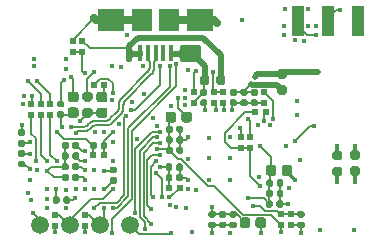
<source format=gbr>
%TF.GenerationSoftware,KiCad,Pcbnew,(5.1.6)-1*%
%TF.CreationDate,2020-08-10T23:05:38-07:00*%
%TF.ProjectId,Wire-Free-DAQ,57697265-2d46-4726-9565-2d4441512e6b,rev?*%
%TF.SameCoordinates,Original*%
%TF.FileFunction,Copper,L6,Bot*%
%TF.FilePolarity,Positive*%
%FSLAX46Y46*%
G04 Gerber Fmt 4.6, Leading zero omitted, Abs format (unit mm)*
G04 Created by KiCad (PCBNEW (5.1.6)-1) date 2020-08-10 23:05:38*
%MOMM*%
%LPD*%
G01*
G04 APERTURE LIST*
%TA.AperFunction,SMDPad,CuDef*%
%ADD10R,1.000000X2.500000*%
%TD*%
%TA.AperFunction,SMDPad,CuDef*%
%ADD11R,0.400000X1.400000*%
%TD*%
%TA.AperFunction,SMDPad,CuDef*%
%ADD12R,2.300000X1.900000*%
%TD*%
%TA.AperFunction,SMDPad,CuDef*%
%ADD13R,1.800000X1.900000*%
%TD*%
%TA.AperFunction,SMDPad,CuDef*%
%ADD14R,0.560000X0.490000*%
%TD*%
%TA.AperFunction,SMDPad,CuDef*%
%ADD15R,0.490000X0.560000*%
%TD*%
%TA.AperFunction,SMDPad,CuDef*%
%ADD16C,1.500000*%
%TD*%
%TA.AperFunction,ViaPad*%
%ADD17C,0.450000*%
%TD*%
%TA.AperFunction,Conductor*%
%ADD18C,0.152400*%
%TD*%
%TA.AperFunction,Conductor*%
%ADD19C,0.508000*%
%TD*%
%TA.AperFunction,Conductor*%
%ADD20C,0.635000*%
%TD*%
%TA.AperFunction,Conductor*%
%ADD21C,0.304800*%
%TD*%
%TA.AperFunction,Conductor*%
%ADD22C,0.254000*%
%TD*%
%TA.AperFunction,Conductor*%
%ADD23C,0.203200*%
%TD*%
G04 APERTURE END LIST*
D10*
%TO.P,J11,1*%
%TO.N,/MCU/IR_OUT*%
X149083000Y-45559600D03*
%TD*%
%TO.P,J10,1*%
%TO.N,GND*%
X146543000Y-45559600D03*
%TD*%
%TO.P,J9,1*%
%TO.N,+3V3*%
X144003000Y-45559600D03*
%TD*%
D11*
%TO.P,J2,1*%
%TO.N,+5V*%
X130688800Y-48303400D03*
%TO.P,J2,2*%
%TO.N,/MCU/D-*%
X131338800Y-48303400D03*
%TO.P,J2,3*%
%TO.N,/MCU/D+*%
X131988800Y-48303400D03*
%TO.P,J2,4*%
%TO.N,Net-(J2-Pad4)*%
X132638800Y-48303400D03*
%TO.P,J2,5*%
%TO.N,GND*%
X133288800Y-48303400D03*
D12*
%TO.P,J2,6*%
X128238800Y-45453400D03*
X135738800Y-45453400D03*
D13*
X130838800Y-45453400D03*
X133138800Y-45453400D03*
%TD*%
D14*
%TO.P,R32,2*%
%TO.N,GND*%
X124953000Y-47263600D03*
%TO.P,R32,1*%
%TO.N,/MCU/VBUS_DET*%
X124953000Y-48173600D03*
%TD*%
%TO.P,R31,2*%
%TO.N,/MCU/VBUS_DET*%
X125765800Y-48173600D03*
%TO.P,R31,1*%
%TO.N,+5V*%
X125765800Y-47263600D03*
%TD*%
%TO.P,L11,2*%
%TO.N,Net-(L11-Pad2)*%
%TA.AperFunction,SMDPad,CuDef*%
G36*
G01*
X127667000Y-52464300D02*
X127192000Y-52464300D01*
G75*
G02*
X126969500Y-52241800I0J222500D01*
G01*
X126969500Y-51796800D01*
G75*
G02*
X127192000Y-51574300I222500J0D01*
G01*
X127667000Y-51574300D01*
G75*
G02*
X127889500Y-51796800I0J-222500D01*
G01*
X127889500Y-52241800D01*
G75*
G02*
X127667000Y-52464300I-222500J0D01*
G01*
G37*
%TD.AperFunction*%
%TO.P,L11,1*%
%TO.N,/MCU/VDDPLLUSB*%
%TA.AperFunction,SMDPad,CuDef*%
G36*
G01*
X127667000Y-53794300D02*
X127192000Y-53794300D01*
G75*
G02*
X126969500Y-53571800I0J222500D01*
G01*
X126969500Y-53126800D01*
G75*
G02*
X127192000Y-52904300I222500J0D01*
G01*
X127667000Y-52904300D01*
G75*
G02*
X127889500Y-53126800I0J-222500D01*
G01*
X127889500Y-53571800D01*
G75*
G02*
X127667000Y-53794300I-222500J0D01*
G01*
G37*
%TD.AperFunction*%
%TD*%
D15*
%TO.P,R30,2*%
%TO.N,Net-(L11-Pad2)*%
X127643200Y-51033300D03*
%TO.P,R30,1*%
%TO.N,+3V3*%
X126733200Y-51033300D03*
%TD*%
%TO.P,R29,2*%
%TO.N,/MCU/CHR_STAT*%
X141310600Y-53306600D03*
%TO.P,R29,1*%
%TO.N,+3V3*%
X140400600Y-53306600D03*
%TD*%
D14*
%TO.P,R28,2*%
%TO.N,GND*%
X135214600Y-52542400D03*
%TO.P,R28,1*%
%TO.N,Net-(R28-Pad1)*%
X135214600Y-51632400D03*
%TD*%
%TO.P,C61,2*%
%TO.N,GND*%
%TA.AperFunction,SMDPad,CuDef*%
G36*
G01*
X126442800Y-52409300D02*
X125977800Y-52409300D01*
G75*
G02*
X125775300Y-52206800I0J202500D01*
G01*
X125775300Y-51801800D01*
G75*
G02*
X125977800Y-51599300I202500J0D01*
G01*
X126442800Y-51599300D01*
G75*
G02*
X126645300Y-51801800I0J-202500D01*
G01*
X126645300Y-52206800D01*
G75*
G02*
X126442800Y-52409300I-202500J0D01*
G01*
G37*
%TD.AperFunction*%
%TO.P,C61,1*%
%TO.N,/MCU/VDDPLLUSB*%
%TA.AperFunction,SMDPad,CuDef*%
G36*
G01*
X126442800Y-53769300D02*
X125977800Y-53769300D01*
G75*
G02*
X125775300Y-53566800I0J202500D01*
G01*
X125775300Y-53161800D01*
G75*
G02*
X125977800Y-52959300I202500J0D01*
G01*
X126442800Y-52959300D01*
G75*
G02*
X126645300Y-53161800I0J-202500D01*
G01*
X126645300Y-53566800D01*
G75*
G02*
X126442800Y-53769300I-202500J0D01*
G01*
G37*
%TD.AperFunction*%
%TD*%
%TO.P,C60,2*%
%TO.N,GND*%
%TA.AperFunction,SMDPad,CuDef*%
G36*
G01*
X142475100Y-51016200D02*
X142940100Y-51016200D01*
G75*
G02*
X143142600Y-51218700I0J-202500D01*
G01*
X143142600Y-51623700D01*
G75*
G02*
X142940100Y-51826200I-202500J0D01*
G01*
X142475100Y-51826200D01*
G75*
G02*
X142272600Y-51623700I0J202500D01*
G01*
X142272600Y-51218700D01*
G75*
G02*
X142475100Y-51016200I202500J0D01*
G01*
G37*
%TD.AperFunction*%
%TO.P,C60,1*%
%TO.N,+BATT*%
%TA.AperFunction,SMDPad,CuDef*%
G36*
G01*
X142475100Y-49656200D02*
X142940100Y-49656200D01*
G75*
G02*
X143142600Y-49858700I0J-202500D01*
G01*
X143142600Y-50263700D01*
G75*
G02*
X142940100Y-50466200I-202500J0D01*
G01*
X142475100Y-50466200D01*
G75*
G02*
X142272600Y-50263700I0J202500D01*
G01*
X142272600Y-49858700D01*
G75*
G02*
X142475100Y-49656200I202500J0D01*
G01*
G37*
%TD.AperFunction*%
%TD*%
%TO.P,C59,2*%
%TO.N,GND*%
%TA.AperFunction,SMDPad,CuDef*%
G36*
G01*
X136539800Y-50356300D02*
X136539800Y-50821300D01*
G75*
G02*
X136337300Y-51023800I-202500J0D01*
G01*
X135932300Y-51023800D01*
G75*
G02*
X135729800Y-50821300I0J202500D01*
G01*
X135729800Y-50356300D01*
G75*
G02*
X135932300Y-50153800I202500J0D01*
G01*
X136337300Y-50153800D01*
G75*
G02*
X136539800Y-50356300I0J-202500D01*
G01*
G37*
%TD.AperFunction*%
%TO.P,C59,1*%
%TO.N,+5V*%
%TA.AperFunction,SMDPad,CuDef*%
G36*
G01*
X137899800Y-50356300D02*
X137899800Y-50821300D01*
G75*
G02*
X137697300Y-51023800I-202500J0D01*
G01*
X137292300Y-51023800D01*
G75*
G02*
X137089800Y-50821300I0J202500D01*
G01*
X137089800Y-50356300D01*
G75*
G02*
X137292300Y-50153800I202500J0D01*
G01*
X137697300Y-50153800D01*
G75*
G02*
X137899800Y-50356300I0J-202500D01*
G01*
G37*
%TD.AperFunction*%
%TD*%
D15*
%TO.P,R27,2*%
%TO.N,GND*%
X127617800Y-56964200D03*
%TO.P,R27,1*%
%TO.N,Net-(C58-Pad2)*%
X126707800Y-56964200D03*
%TD*%
%TO.P,C58,2*%
%TO.N,Net-(C58-Pad2)*%
%TA.AperFunction,SMDPad,CuDef*%
G36*
G01*
X127007800Y-55956000D02*
X127007800Y-56296000D01*
G75*
G02*
X126862800Y-56441000I-145000J0D01*
G01*
X126572800Y-56441000D01*
G75*
G02*
X126427800Y-56296000I0J145000D01*
G01*
X126427800Y-55956000D01*
G75*
G02*
X126572800Y-55811000I145000J0D01*
G01*
X126862800Y-55811000D01*
G75*
G02*
X127007800Y-55956000I0J-145000D01*
G01*
G37*
%TD.AperFunction*%
%TO.P,C58,1*%
%TO.N,GND*%
%TA.AperFunction,SMDPad,CuDef*%
G36*
G01*
X127897800Y-55956000D02*
X127897800Y-56296000D01*
G75*
G02*
X127752800Y-56441000I-145000J0D01*
G01*
X127462800Y-56441000D01*
G75*
G02*
X127317800Y-56296000I0J145000D01*
G01*
X127317800Y-55956000D01*
G75*
G02*
X127462800Y-55811000I145000J0D01*
G01*
X127752800Y-55811000D01*
G75*
G02*
X127897800Y-55956000I0J-145000D01*
G01*
G37*
%TD.AperFunction*%
%TD*%
D14*
%TO.P,R3,2*%
%TO.N,Net-(D1-Pad2)*%
X121447800Y-52623000D03*
%TO.P,R3,1*%
%TO.N,/MCU/LED_R*%
X121447800Y-53533000D03*
%TD*%
%TO.P,R2,2*%
%TO.N,Net-(D1-Pad4)*%
X122286000Y-52623000D03*
%TO.P,R2,1*%
%TO.N,/MCU/LED_G*%
X122286000Y-53533000D03*
%TD*%
%TO.P,R1,2*%
%TO.N,Net-(D1-Pad3)*%
X123073400Y-52623000D03*
%TO.P,R1,1*%
%TO.N,/MCU/LED_B*%
X123073400Y-53533000D03*
%TD*%
%TO.P,R20,2*%
%TO.N,/Deserializer/I2C_SDA*%
X140012660Y-55391600D03*
%TO.P,R20,1*%
%TO.N,+3V3*%
X140012660Y-56301600D03*
%TD*%
%TO.P,R18,2*%
%TO.N,/Deserializer/I2C_SCL*%
X139202400Y-55391600D03*
%TO.P,R18,1*%
%TO.N,+3V3*%
X139202400Y-56301600D03*
%TD*%
%TO.P,R21,2*%
%TO.N,/MCU/SWDIO*%
X125984000Y-62003600D03*
%TO.P,R21,1*%
%TO.N,+3V3*%
X125984000Y-62913600D03*
%TD*%
%TO.P,R19,2*%
%TO.N,/MCU/SWDCLK*%
X123469400Y-62029000D03*
%TO.P,R19,1*%
%TO.N,+3V3*%
X123469400Y-62939000D03*
%TD*%
D15*
%TO.P,R14,2*%
%TO.N,+3V3*%
X134018600Y-59682000D03*
%TO.P,R14,1*%
%TO.N,/Deserializer/VDD11_DVP*%
X133108600Y-59682000D03*
%TD*%
D14*
%TO.P,R13,2*%
%TO.N,+1V8*%
X141183600Y-51607000D03*
%TO.P,R13,1*%
%TO.N,/Deserializer/VDD11_D*%
X141183600Y-52517000D03*
%TD*%
%TO.P,R11,2*%
%TO.N,GND*%
X143418800Y-62854800D03*
%TO.P,R11,1*%
%TO.N,/Deserializer/IDX*%
X143418800Y-61944800D03*
%TD*%
%TO.P,R10,2*%
%TO.N,/Deserializer/IDX*%
X142606000Y-61944800D03*
%TO.P,R10,1*%
%TO.N,/Deserializer/VDD18*%
X142606000Y-62854800D03*
%TD*%
%TO.P,R7,2*%
%TO.N,/Deserializer/OSS_SEL*%
X137703800Y-52491600D03*
%TO.P,R7,1*%
%TO.N,+1V8*%
X137703800Y-51581600D03*
%TD*%
%TO.P,R6,2*%
%TO.N,/Deserializer/OEN*%
X136891000Y-52491600D03*
%TO.P,R6,1*%
%TO.N,+1V8*%
X136891000Y-51581600D03*
%TD*%
%TO.P,L9,2*%
%TO.N,/MCU/VDDUTMIC*%
%TA.AperFunction,SMDPad,CuDef*%
G36*
G01*
X124766300Y-52891600D02*
X125241300Y-52891600D01*
G75*
G02*
X125463800Y-53114100I0J-222500D01*
G01*
X125463800Y-53559100D01*
G75*
G02*
X125241300Y-53781600I-222500J0D01*
G01*
X124766300Y-53781600D01*
G75*
G02*
X124543800Y-53559100I0J222500D01*
G01*
X124543800Y-53114100D01*
G75*
G02*
X124766300Y-52891600I222500J0D01*
G01*
G37*
%TD.AperFunction*%
%TO.P,L9,1*%
%TO.N,+1V2*%
%TA.AperFunction,SMDPad,CuDef*%
G36*
G01*
X124766300Y-51561600D02*
X125241300Y-51561600D01*
G75*
G02*
X125463800Y-51784100I0J-222500D01*
G01*
X125463800Y-52229100D01*
G75*
G02*
X125241300Y-52451600I-222500J0D01*
G01*
X124766300Y-52451600D01*
G75*
G02*
X124543800Y-52229100I0J222500D01*
G01*
X124543800Y-51784100D01*
G75*
G02*
X124766300Y-51561600I222500J0D01*
G01*
G37*
%TD.AperFunction*%
%TD*%
%TO.P,L3,2*%
%TO.N,/Deserializer/VDD18*%
%TA.AperFunction,SMDPad,CuDef*%
G36*
G01*
X133724600Y-53475500D02*
X133724600Y-53950500D01*
G75*
G02*
X133502100Y-54173000I-222500J0D01*
G01*
X133057100Y-54173000D01*
G75*
G02*
X132834600Y-53950500I0J222500D01*
G01*
X132834600Y-53475500D01*
G75*
G02*
X133057100Y-53253000I222500J0D01*
G01*
X133502100Y-53253000D01*
G75*
G02*
X133724600Y-53475500I0J-222500D01*
G01*
G37*
%TD.AperFunction*%
%TO.P,L3,1*%
%TO.N,+1V8*%
%TA.AperFunction,SMDPad,CuDef*%
G36*
G01*
X135054600Y-53475500D02*
X135054600Y-53950500D01*
G75*
G02*
X134832100Y-54173000I-222500J0D01*
G01*
X134387100Y-54173000D01*
G75*
G02*
X134164600Y-53950500I0J222500D01*
G01*
X134164600Y-53475500D01*
G75*
G02*
X134387100Y-53253000I222500J0D01*
G01*
X134832100Y-53253000D01*
G75*
G02*
X135054600Y-53475500I0J-222500D01*
G01*
G37*
%TD.AperFunction*%
%TD*%
%TO.P,L2,2*%
%TO.N,/Deserializer/VDD18_FPD0*%
%TA.AperFunction,SMDPad,CuDef*%
G36*
G01*
X139998400Y-62416300D02*
X139998400Y-62891300D01*
G75*
G02*
X139775900Y-63113800I-222500J0D01*
G01*
X139330900Y-63113800D01*
G75*
G02*
X139108400Y-62891300I0J222500D01*
G01*
X139108400Y-62416300D01*
G75*
G02*
X139330900Y-62193800I222500J0D01*
G01*
X139775900Y-62193800D01*
G75*
G02*
X139998400Y-62416300I0J-222500D01*
G01*
G37*
%TD.AperFunction*%
%TO.P,L2,1*%
%TO.N,+1V8*%
%TA.AperFunction,SMDPad,CuDef*%
G36*
G01*
X141328400Y-62416300D02*
X141328400Y-62891300D01*
G75*
G02*
X141105900Y-63113800I-222500J0D01*
G01*
X140660900Y-63113800D01*
G75*
G02*
X140438400Y-62891300I0J222500D01*
G01*
X140438400Y-62416300D01*
G75*
G02*
X140660900Y-62193800I222500J0D01*
G01*
X141105900Y-62193800D01*
G75*
G02*
X141328400Y-62416300I0J-222500D01*
G01*
G37*
%TD.AperFunction*%
%TD*%
%TO.P,L1,2*%
%TO.N,/Deserializer/VDD18_P0*%
%TA.AperFunction,SMDPad,CuDef*%
G36*
G01*
X142208200Y-57996700D02*
X142208200Y-58471700D01*
G75*
G02*
X141985700Y-58694200I-222500J0D01*
G01*
X141540700Y-58694200D01*
G75*
G02*
X141318200Y-58471700I0J222500D01*
G01*
X141318200Y-57996700D01*
G75*
G02*
X141540700Y-57774200I222500J0D01*
G01*
X141985700Y-57774200D01*
G75*
G02*
X142208200Y-57996700I0J-222500D01*
G01*
G37*
%TD.AperFunction*%
%TO.P,L1,1*%
%TO.N,+1V8*%
%TA.AperFunction,SMDPad,CuDef*%
G36*
G01*
X143538200Y-57996700D02*
X143538200Y-58471700D01*
G75*
G02*
X143315700Y-58694200I-222500J0D01*
G01*
X142870700Y-58694200D01*
G75*
G02*
X142648200Y-58471700I0J222500D01*
G01*
X142648200Y-57996700D01*
G75*
G02*
X142870700Y-57774200I222500J0D01*
G01*
X143315700Y-57774200D01*
G75*
G02*
X143538200Y-57996700I0J-222500D01*
G01*
G37*
%TD.AperFunction*%
%TD*%
D16*
%TO.P,J7,1*%
%TO.N,GND*%
X129804400Y-62882400D03*
%TD*%
%TO.P,J6,1*%
%TO.N,/MCU/SWDIO*%
X127264400Y-62882400D03*
%TD*%
%TO.P,J5,1*%
%TO.N,/MCU/SWDCLK*%
X124724400Y-62882400D03*
%TD*%
%TO.P,J4,1*%
%TO.N,+3V3*%
X122184400Y-62882400D03*
%TD*%
%TO.P,C57,2*%
%TO.N,GND*%
%TA.AperFunction,SMDPad,CuDef*%
G36*
G01*
X123858200Y-60578800D02*
X123858200Y-60918800D01*
G75*
G02*
X123713200Y-61063800I-145000J0D01*
G01*
X123423200Y-61063800D01*
G75*
G02*
X123278200Y-60918800I0J145000D01*
G01*
X123278200Y-60578800D01*
G75*
G02*
X123423200Y-60433800I145000J0D01*
G01*
X123713200Y-60433800D01*
G75*
G02*
X123858200Y-60578800I0J-145000D01*
G01*
G37*
%TD.AperFunction*%
%TO.P,C57,1*%
%TO.N,+1V2*%
%TA.AperFunction,SMDPad,CuDef*%
G36*
G01*
X124748200Y-60578800D02*
X124748200Y-60918800D01*
G75*
G02*
X124603200Y-61063800I-145000J0D01*
G01*
X124313200Y-61063800D01*
G75*
G02*
X124168200Y-60918800I0J145000D01*
G01*
X124168200Y-60578800D01*
G75*
G02*
X124313200Y-60433800I145000J0D01*
G01*
X124603200Y-60433800D01*
G75*
G02*
X124748200Y-60578800I0J-145000D01*
G01*
G37*
%TD.AperFunction*%
%TD*%
%TO.P,C56,2*%
%TO.N,GND*%
%TA.AperFunction,SMDPad,CuDef*%
G36*
G01*
X120805000Y-55336000D02*
X120465000Y-55336000D01*
G75*
G02*
X120320000Y-55191000I0J145000D01*
G01*
X120320000Y-54901000D01*
G75*
G02*
X120465000Y-54756000I145000J0D01*
G01*
X120805000Y-54756000D01*
G75*
G02*
X120950000Y-54901000I0J-145000D01*
G01*
X120950000Y-55191000D01*
G75*
G02*
X120805000Y-55336000I-145000J0D01*
G01*
G37*
%TD.AperFunction*%
%TO.P,C56,1*%
%TO.N,+1V2*%
%TA.AperFunction,SMDPad,CuDef*%
G36*
G01*
X120805000Y-56226000D02*
X120465000Y-56226000D01*
G75*
G02*
X120320000Y-56081000I0J145000D01*
G01*
X120320000Y-55791000D01*
G75*
G02*
X120465000Y-55646000I145000J0D01*
G01*
X120805000Y-55646000D01*
G75*
G02*
X120950000Y-55791000I0J-145000D01*
G01*
X120950000Y-56081000D01*
G75*
G02*
X120805000Y-56226000I-145000J0D01*
G01*
G37*
%TD.AperFunction*%
%TD*%
%TO.P,C55,2*%
%TO.N,GND*%
%TA.AperFunction,SMDPad,CuDef*%
G36*
G01*
X124609800Y-57742000D02*
X124609800Y-58082000D01*
G75*
G02*
X124464800Y-58227000I-145000J0D01*
G01*
X124174800Y-58227000D01*
G75*
G02*
X124029800Y-58082000I0J145000D01*
G01*
X124029800Y-57742000D01*
G75*
G02*
X124174800Y-57597000I145000J0D01*
G01*
X124464800Y-57597000D01*
G75*
G02*
X124609800Y-57742000I0J-145000D01*
G01*
G37*
%TD.AperFunction*%
%TO.P,C55,1*%
%TO.N,+1V2*%
%TA.AperFunction,SMDPad,CuDef*%
G36*
G01*
X125499800Y-57742000D02*
X125499800Y-58082000D01*
G75*
G02*
X125354800Y-58227000I-145000J0D01*
G01*
X125064800Y-58227000D01*
G75*
G02*
X124919800Y-58082000I0J145000D01*
G01*
X124919800Y-57742000D01*
G75*
G02*
X125064800Y-57597000I145000J0D01*
G01*
X125354800Y-57597000D01*
G75*
G02*
X125499800Y-57742000I0J-145000D01*
G01*
G37*
%TD.AperFunction*%
%TD*%
%TO.P,C52,2*%
%TO.N,GND*%
%TA.AperFunction,SMDPad,CuDef*%
G36*
G01*
X124620200Y-58648400D02*
X124620200Y-58988400D01*
G75*
G02*
X124475200Y-59133400I-145000J0D01*
G01*
X124185200Y-59133400D01*
G75*
G02*
X124040200Y-58988400I0J145000D01*
G01*
X124040200Y-58648400D01*
G75*
G02*
X124185200Y-58503400I145000J0D01*
G01*
X124475200Y-58503400D01*
G75*
G02*
X124620200Y-58648400I0J-145000D01*
G01*
G37*
%TD.AperFunction*%
%TO.P,C52,1*%
%TO.N,+3V3*%
%TA.AperFunction,SMDPad,CuDef*%
G36*
G01*
X125510200Y-58648400D02*
X125510200Y-58988400D01*
G75*
G02*
X125365200Y-59133400I-145000J0D01*
G01*
X125075200Y-59133400D01*
G75*
G02*
X124930200Y-58988400I0J145000D01*
G01*
X124930200Y-58648400D01*
G75*
G02*
X125075200Y-58503400I145000J0D01*
G01*
X125365200Y-58503400D01*
G75*
G02*
X125510200Y-58648400I0J-145000D01*
G01*
G37*
%TD.AperFunction*%
%TD*%
%TO.P,C51,2*%
%TO.N,GND*%
%TA.AperFunction,SMDPad,CuDef*%
G36*
G01*
X124622000Y-55938600D02*
X124622000Y-56278600D01*
G75*
G02*
X124477000Y-56423600I-145000J0D01*
G01*
X124187000Y-56423600D01*
G75*
G02*
X124042000Y-56278600I0J145000D01*
G01*
X124042000Y-55938600D01*
G75*
G02*
X124187000Y-55793600I145000J0D01*
G01*
X124477000Y-55793600D01*
G75*
G02*
X124622000Y-55938600I0J-145000D01*
G01*
G37*
%TD.AperFunction*%
%TO.P,C51,1*%
%TO.N,/MCU/VDDPLL*%
%TA.AperFunction,SMDPad,CuDef*%
G36*
G01*
X125512000Y-55938600D02*
X125512000Y-56278600D01*
G75*
G02*
X125367000Y-56423600I-145000J0D01*
G01*
X125077000Y-56423600D01*
G75*
G02*
X124932000Y-56278600I0J145000D01*
G01*
X124932000Y-55938600D01*
G75*
G02*
X125077000Y-55793600I145000J0D01*
G01*
X125367000Y-55793600D01*
G75*
G02*
X125512000Y-55938600I0J-145000D01*
G01*
G37*
%TD.AperFunction*%
%TD*%
%TO.P,C50,2*%
%TO.N,GND*%
%TA.AperFunction,SMDPad,CuDef*%
G36*
G01*
X128577400Y-58485600D02*
X128237400Y-58485600D01*
G75*
G02*
X128092400Y-58340600I0J145000D01*
G01*
X128092400Y-58050600D01*
G75*
G02*
X128237400Y-57905600I145000J0D01*
G01*
X128577400Y-57905600D01*
G75*
G02*
X128722400Y-58050600I0J-145000D01*
G01*
X128722400Y-58340600D01*
G75*
G02*
X128577400Y-58485600I-145000J0D01*
G01*
G37*
%TD.AperFunction*%
%TO.P,C50,1*%
%TO.N,+3V3*%
%TA.AperFunction,SMDPad,CuDef*%
G36*
G01*
X128577400Y-59375600D02*
X128237400Y-59375600D01*
G75*
G02*
X128092400Y-59230600I0J145000D01*
G01*
X128092400Y-58940600D01*
G75*
G02*
X128237400Y-58795600I145000J0D01*
G01*
X128577400Y-58795600D01*
G75*
G02*
X128722400Y-58940600I0J-145000D01*
G01*
X128722400Y-59230600D01*
G75*
G02*
X128577400Y-59375600I-145000J0D01*
G01*
G37*
%TD.AperFunction*%
%TD*%
%TO.P,C49,2*%
%TO.N,GND*%
%TA.AperFunction,SMDPad,CuDef*%
G36*
G01*
X120465000Y-57398600D02*
X120805000Y-57398600D01*
G75*
G02*
X120950000Y-57543600I0J-145000D01*
G01*
X120950000Y-57833600D01*
G75*
G02*
X120805000Y-57978600I-145000J0D01*
G01*
X120465000Y-57978600D01*
G75*
G02*
X120320000Y-57833600I0J145000D01*
G01*
X120320000Y-57543600D01*
G75*
G02*
X120465000Y-57398600I145000J0D01*
G01*
G37*
%TD.AperFunction*%
%TO.P,C49,1*%
%TO.N,+3V3*%
%TA.AperFunction,SMDPad,CuDef*%
G36*
G01*
X120465000Y-56508600D02*
X120805000Y-56508600D01*
G75*
G02*
X120950000Y-56653600I0J-145000D01*
G01*
X120950000Y-56943600D01*
G75*
G02*
X120805000Y-57088600I-145000J0D01*
G01*
X120465000Y-57088600D01*
G75*
G02*
X120320000Y-56943600I0J145000D01*
G01*
X120320000Y-56653600D01*
G75*
G02*
X120465000Y-56508600I145000J0D01*
G01*
G37*
%TD.AperFunction*%
%TD*%
%TO.P,C48,2*%
%TO.N,GND*%
%TA.AperFunction,SMDPad,CuDef*%
G36*
G01*
X124609300Y-56840300D02*
X124609300Y-57180300D01*
G75*
G02*
X124464300Y-57325300I-145000J0D01*
G01*
X124174300Y-57325300D01*
G75*
G02*
X124029300Y-57180300I0J145000D01*
G01*
X124029300Y-56840300D01*
G75*
G02*
X124174300Y-56695300I145000J0D01*
G01*
X124464300Y-56695300D01*
G75*
G02*
X124609300Y-56840300I0J-145000D01*
G01*
G37*
%TD.AperFunction*%
%TO.P,C48,1*%
%TO.N,+3V3*%
%TA.AperFunction,SMDPad,CuDef*%
G36*
G01*
X125499300Y-56840300D02*
X125499300Y-57180300D01*
G75*
G02*
X125354300Y-57325300I-145000J0D01*
G01*
X125064300Y-57325300D01*
G75*
G02*
X124919300Y-57180300I0J145000D01*
G01*
X124919300Y-56840300D01*
G75*
G02*
X125064300Y-56695300I145000J0D01*
G01*
X125354300Y-56695300D01*
G75*
G02*
X125499300Y-56840300I0J-145000D01*
G01*
G37*
%TD.AperFunction*%
%TD*%
%TO.P,C46,2*%
%TO.N,GND*%
%TA.AperFunction,SMDPad,CuDef*%
G36*
G01*
X124107000Y-52897600D02*
X123767000Y-52897600D01*
G75*
G02*
X123622000Y-52752600I0J145000D01*
G01*
X123622000Y-52462600D01*
G75*
G02*
X123767000Y-52317600I145000J0D01*
G01*
X124107000Y-52317600D01*
G75*
G02*
X124252000Y-52462600I0J-145000D01*
G01*
X124252000Y-52752600D01*
G75*
G02*
X124107000Y-52897600I-145000J0D01*
G01*
G37*
%TD.AperFunction*%
%TO.P,C46,1*%
%TO.N,/MCU/VDDUTMIC*%
%TA.AperFunction,SMDPad,CuDef*%
G36*
G01*
X124107000Y-53787600D02*
X123767000Y-53787600D01*
G75*
G02*
X123622000Y-53642600I0J145000D01*
G01*
X123622000Y-53352600D01*
G75*
G02*
X123767000Y-53207600I145000J0D01*
G01*
X124107000Y-53207600D01*
G75*
G02*
X124252000Y-53352600I0J-145000D01*
G01*
X124252000Y-53642600D01*
G75*
G02*
X124107000Y-53787600I-145000J0D01*
G01*
G37*
%TD.AperFunction*%
%TD*%
%TO.P,C41,2*%
%TO.N,GND*%
%TA.AperFunction,SMDPad,CuDef*%
G36*
G01*
X148619100Y-57895100D02*
X149084100Y-57895100D01*
G75*
G02*
X149286600Y-58097600I0J-202500D01*
G01*
X149286600Y-58502600D01*
G75*
G02*
X149084100Y-58705100I-202500J0D01*
G01*
X148619100Y-58705100D01*
G75*
G02*
X148416600Y-58502600I0J202500D01*
G01*
X148416600Y-58097600D01*
G75*
G02*
X148619100Y-57895100I202500J0D01*
G01*
G37*
%TD.AperFunction*%
%TO.P,C41,1*%
%TO.N,V_OUT*%
%TA.AperFunction,SMDPad,CuDef*%
G36*
G01*
X148619100Y-56535100D02*
X149084100Y-56535100D01*
G75*
G02*
X149286600Y-56737600I0J-202500D01*
G01*
X149286600Y-57142600D01*
G75*
G02*
X149084100Y-57345100I-202500J0D01*
G01*
X148619100Y-57345100D01*
G75*
G02*
X148416600Y-57142600I0J202500D01*
G01*
X148416600Y-56737600D01*
G75*
G02*
X148619100Y-56535100I202500J0D01*
G01*
G37*
%TD.AperFunction*%
%TD*%
%TO.P,C37,2*%
%TO.N,GND*%
%TA.AperFunction,SMDPad,CuDef*%
G36*
G01*
X147127900Y-57913300D02*
X147592900Y-57913300D01*
G75*
G02*
X147795400Y-58115800I0J-202500D01*
G01*
X147795400Y-58520800D01*
G75*
G02*
X147592900Y-58723300I-202500J0D01*
G01*
X147127900Y-58723300D01*
G75*
G02*
X146925400Y-58520800I0J202500D01*
G01*
X146925400Y-58115800D01*
G75*
G02*
X147127900Y-57913300I202500J0D01*
G01*
G37*
%TD.AperFunction*%
%TO.P,C37,1*%
%TO.N,V_OUT*%
%TA.AperFunction,SMDPad,CuDef*%
G36*
G01*
X147127900Y-56553300D02*
X147592900Y-56553300D01*
G75*
G02*
X147795400Y-56755800I0J-202500D01*
G01*
X147795400Y-57160800D01*
G75*
G02*
X147592900Y-57363300I-202500J0D01*
G01*
X147127900Y-57363300D01*
G75*
G02*
X146925400Y-57160800I0J202500D01*
G01*
X146925400Y-56755800D01*
G75*
G02*
X147127900Y-56553300I202500J0D01*
G01*
G37*
%TD.AperFunction*%
%TD*%
%TO.P,C33,2*%
%TO.N,/Deserializer/VDD18*%
%TA.AperFunction,SMDPad,CuDef*%
G36*
G01*
X133434000Y-56362400D02*
X133434000Y-56702400D01*
G75*
G02*
X133289000Y-56847400I-145000J0D01*
G01*
X132999000Y-56847400D01*
G75*
G02*
X132854000Y-56702400I0J145000D01*
G01*
X132854000Y-56362400D01*
G75*
G02*
X132999000Y-56217400I145000J0D01*
G01*
X133289000Y-56217400D01*
G75*
G02*
X133434000Y-56362400I0J-145000D01*
G01*
G37*
%TD.AperFunction*%
%TO.P,C33,1*%
%TO.N,GND*%
%TA.AperFunction,SMDPad,CuDef*%
G36*
G01*
X134324000Y-56362400D02*
X134324000Y-56702400D01*
G75*
G02*
X134179000Y-56847400I-145000J0D01*
G01*
X133889000Y-56847400D01*
G75*
G02*
X133744000Y-56702400I0J145000D01*
G01*
X133744000Y-56362400D01*
G75*
G02*
X133889000Y-56217400I145000J0D01*
G01*
X134179000Y-56217400D01*
G75*
G02*
X134324000Y-56362400I0J-145000D01*
G01*
G37*
%TD.AperFunction*%
%TD*%
%TO.P,C32,2*%
%TO.N,/Deserializer/VDD18_FPD0*%
%TA.AperFunction,SMDPad,CuDef*%
G36*
G01*
X138712000Y-62244800D02*
X138372000Y-62244800D01*
G75*
G02*
X138227000Y-62099800I0J145000D01*
G01*
X138227000Y-61809800D01*
G75*
G02*
X138372000Y-61664800I145000J0D01*
G01*
X138712000Y-61664800D01*
G75*
G02*
X138857000Y-61809800I0J-145000D01*
G01*
X138857000Y-62099800D01*
G75*
G02*
X138712000Y-62244800I-145000J0D01*
G01*
G37*
%TD.AperFunction*%
%TO.P,C32,1*%
%TO.N,GND*%
%TA.AperFunction,SMDPad,CuDef*%
G36*
G01*
X138712000Y-63134800D02*
X138372000Y-63134800D01*
G75*
G02*
X138227000Y-62989800I0J145000D01*
G01*
X138227000Y-62699800D01*
G75*
G02*
X138372000Y-62554800I145000J0D01*
G01*
X138712000Y-62554800D01*
G75*
G02*
X138857000Y-62699800I0J-145000D01*
G01*
X138857000Y-62989800D01*
G75*
G02*
X138712000Y-63134800I-145000J0D01*
G01*
G37*
%TD.AperFunction*%
%TD*%
%TO.P,C31,2*%
%TO.N,/Deserializer/VDD18_P0*%
%TA.AperFunction,SMDPad,CuDef*%
G36*
G01*
X141917600Y-60020000D02*
X141917600Y-60360000D01*
G75*
G02*
X141772600Y-60505000I-145000J0D01*
G01*
X141482600Y-60505000D01*
G75*
G02*
X141337600Y-60360000I0J145000D01*
G01*
X141337600Y-60020000D01*
G75*
G02*
X141482600Y-59875000I145000J0D01*
G01*
X141772600Y-59875000D01*
G75*
G02*
X141917600Y-60020000I0J-145000D01*
G01*
G37*
%TD.AperFunction*%
%TO.P,C31,1*%
%TO.N,GND*%
%TA.AperFunction,SMDPad,CuDef*%
G36*
G01*
X142807600Y-60020000D02*
X142807600Y-60360000D01*
G75*
G02*
X142662600Y-60505000I-145000J0D01*
G01*
X142372600Y-60505000D01*
G75*
G02*
X142227600Y-60360000I0J145000D01*
G01*
X142227600Y-60020000D01*
G75*
G02*
X142372600Y-59875000I145000J0D01*
G01*
X142662600Y-59875000D01*
G75*
G02*
X142807600Y-60020000I0J-145000D01*
G01*
G37*
%TD.AperFunction*%
%TD*%
%TO.P,C29,2*%
%TO.N,/Deserializer/VDD11_DVP*%
%TA.AperFunction,SMDPad,CuDef*%
G36*
G01*
X133408600Y-58673800D02*
X133408600Y-59013800D01*
G75*
G02*
X133263600Y-59158800I-145000J0D01*
G01*
X132973600Y-59158800D01*
G75*
G02*
X132828600Y-59013800I0J145000D01*
G01*
X132828600Y-58673800D01*
G75*
G02*
X132973600Y-58528800I145000J0D01*
G01*
X133263600Y-58528800D01*
G75*
G02*
X133408600Y-58673800I0J-145000D01*
G01*
G37*
%TD.AperFunction*%
%TO.P,C29,1*%
%TO.N,GND*%
%TA.AperFunction,SMDPad,CuDef*%
G36*
G01*
X134298600Y-58673800D02*
X134298600Y-59013800D01*
G75*
G02*
X134153600Y-59158800I-145000J0D01*
G01*
X133863600Y-59158800D01*
G75*
G02*
X133718600Y-59013800I0J145000D01*
G01*
X133718600Y-58673800D01*
G75*
G02*
X133863600Y-58528800I145000J0D01*
G01*
X134153600Y-58528800D01*
G75*
G02*
X134298600Y-58673800I0J-145000D01*
G01*
G37*
%TD.AperFunction*%
%TD*%
%TO.P,C28,2*%
%TO.N,/Deserializer/VDD11_D*%
%TA.AperFunction,SMDPad,CuDef*%
G36*
G01*
X140175400Y-52217000D02*
X140515400Y-52217000D01*
G75*
G02*
X140660400Y-52362000I0J-145000D01*
G01*
X140660400Y-52652000D01*
G75*
G02*
X140515400Y-52797000I-145000J0D01*
G01*
X140175400Y-52797000D01*
G75*
G02*
X140030400Y-52652000I0J145000D01*
G01*
X140030400Y-52362000D01*
G75*
G02*
X140175400Y-52217000I145000J0D01*
G01*
G37*
%TD.AperFunction*%
%TO.P,C28,1*%
%TO.N,GND*%
%TA.AperFunction,SMDPad,CuDef*%
G36*
G01*
X140175400Y-51327000D02*
X140515400Y-51327000D01*
G75*
G02*
X140660400Y-51472000I0J-145000D01*
G01*
X140660400Y-51762000D01*
G75*
G02*
X140515400Y-51907000I-145000J0D01*
G01*
X140175400Y-51907000D01*
G75*
G02*
X140030400Y-51762000I0J145000D01*
G01*
X140030400Y-51472000D01*
G75*
G02*
X140175400Y-51327000I145000J0D01*
G01*
G37*
%TD.AperFunction*%
%TD*%
%TO.P,C26,2*%
%TO.N,/Deserializer/VDD18*%
%TA.AperFunction,SMDPad,CuDef*%
G36*
G01*
X133434000Y-55473400D02*
X133434000Y-55813400D01*
G75*
G02*
X133289000Y-55958400I-145000J0D01*
G01*
X132999000Y-55958400D01*
G75*
G02*
X132854000Y-55813400I0J145000D01*
G01*
X132854000Y-55473400D01*
G75*
G02*
X132999000Y-55328400I145000J0D01*
G01*
X133289000Y-55328400D01*
G75*
G02*
X133434000Y-55473400I0J-145000D01*
G01*
G37*
%TD.AperFunction*%
%TO.P,C26,1*%
%TO.N,GND*%
%TA.AperFunction,SMDPad,CuDef*%
G36*
G01*
X134324000Y-55473400D02*
X134324000Y-55813400D01*
G75*
G02*
X134179000Y-55958400I-145000J0D01*
G01*
X133889000Y-55958400D01*
G75*
G02*
X133744000Y-55813400I0J145000D01*
G01*
X133744000Y-55473400D01*
G75*
G02*
X133889000Y-55328400I145000J0D01*
G01*
X134179000Y-55328400D01*
G75*
G02*
X134324000Y-55473400I0J-145000D01*
G01*
G37*
%TD.AperFunction*%
%TD*%
%TO.P,C25,2*%
%TO.N,/Deserializer/VDD18_FPD0*%
%TA.AperFunction,SMDPad,CuDef*%
G36*
G01*
X137823000Y-62244800D02*
X137483000Y-62244800D01*
G75*
G02*
X137338000Y-62099800I0J145000D01*
G01*
X137338000Y-61809800D01*
G75*
G02*
X137483000Y-61664800I145000J0D01*
G01*
X137823000Y-61664800D01*
G75*
G02*
X137968000Y-61809800I0J-145000D01*
G01*
X137968000Y-62099800D01*
G75*
G02*
X137823000Y-62244800I-145000J0D01*
G01*
G37*
%TD.AperFunction*%
%TO.P,C25,1*%
%TO.N,GND*%
%TA.AperFunction,SMDPad,CuDef*%
G36*
G01*
X137823000Y-63134800D02*
X137483000Y-63134800D01*
G75*
G02*
X137338000Y-62989800I0J145000D01*
G01*
X137338000Y-62699800D01*
G75*
G02*
X137483000Y-62554800I145000J0D01*
G01*
X137823000Y-62554800D01*
G75*
G02*
X137968000Y-62699800I0J-145000D01*
G01*
X137968000Y-62989800D01*
G75*
G02*
X137823000Y-63134800I-145000J0D01*
G01*
G37*
%TD.AperFunction*%
%TD*%
%TO.P,C24,2*%
%TO.N,/Deserializer/VDD18_P0*%
%TA.AperFunction,SMDPad,CuDef*%
G36*
G01*
X141917600Y-59131000D02*
X141917600Y-59471000D01*
G75*
G02*
X141772600Y-59616000I-145000J0D01*
G01*
X141482600Y-59616000D01*
G75*
G02*
X141337600Y-59471000I0J145000D01*
G01*
X141337600Y-59131000D01*
G75*
G02*
X141482600Y-58986000I145000J0D01*
G01*
X141772600Y-58986000D01*
G75*
G02*
X141917600Y-59131000I0J-145000D01*
G01*
G37*
%TD.AperFunction*%
%TO.P,C24,1*%
%TO.N,GND*%
%TA.AperFunction,SMDPad,CuDef*%
G36*
G01*
X142807600Y-59131000D02*
X142807600Y-59471000D01*
G75*
G02*
X142662600Y-59616000I-145000J0D01*
G01*
X142372600Y-59616000D01*
G75*
G02*
X142227600Y-59471000I0J145000D01*
G01*
X142227600Y-59131000D01*
G75*
G02*
X142372600Y-58986000I145000J0D01*
G01*
X142662600Y-58986000D01*
G75*
G02*
X142807600Y-59131000I0J-145000D01*
G01*
G37*
%TD.AperFunction*%
%TD*%
%TO.P,C22,2*%
%TO.N,/Deserializer/VDD11_DVP*%
%TA.AperFunction,SMDPad,CuDef*%
G36*
G01*
X133408600Y-57784800D02*
X133408600Y-58124800D01*
G75*
G02*
X133263600Y-58269800I-145000J0D01*
G01*
X132973600Y-58269800D01*
G75*
G02*
X132828600Y-58124800I0J145000D01*
G01*
X132828600Y-57784800D01*
G75*
G02*
X132973600Y-57639800I145000J0D01*
G01*
X133263600Y-57639800D01*
G75*
G02*
X133408600Y-57784800I0J-145000D01*
G01*
G37*
%TD.AperFunction*%
%TO.P,C22,1*%
%TO.N,GND*%
%TA.AperFunction,SMDPad,CuDef*%
G36*
G01*
X134298600Y-57784800D02*
X134298600Y-58124800D01*
G75*
G02*
X134153600Y-58269800I-145000J0D01*
G01*
X133863600Y-58269800D01*
G75*
G02*
X133718600Y-58124800I0J145000D01*
G01*
X133718600Y-57784800D01*
G75*
G02*
X133863600Y-57639800I145000J0D01*
G01*
X134153600Y-57639800D01*
G75*
G02*
X134298600Y-57784800I0J-145000D01*
G01*
G37*
%TD.AperFunction*%
%TD*%
%TO.P,C21,2*%
%TO.N,/Deserializer/VDD11_D*%
%TA.AperFunction,SMDPad,CuDef*%
G36*
G01*
X139286400Y-52217000D02*
X139626400Y-52217000D01*
G75*
G02*
X139771400Y-52362000I0J-145000D01*
G01*
X139771400Y-52652000D01*
G75*
G02*
X139626400Y-52797000I-145000J0D01*
G01*
X139286400Y-52797000D01*
G75*
G02*
X139141400Y-52652000I0J145000D01*
G01*
X139141400Y-52362000D01*
G75*
G02*
X139286400Y-52217000I145000J0D01*
G01*
G37*
%TD.AperFunction*%
%TO.P,C21,1*%
%TO.N,GND*%
%TA.AperFunction,SMDPad,CuDef*%
G36*
G01*
X139286400Y-51327000D02*
X139626400Y-51327000D01*
G75*
G02*
X139771400Y-51472000I0J-145000D01*
G01*
X139771400Y-51762000D01*
G75*
G02*
X139626400Y-51907000I-145000J0D01*
G01*
X139286400Y-51907000D01*
G75*
G02*
X139141400Y-51762000I0J145000D01*
G01*
X139141400Y-51472000D01*
G75*
G02*
X139286400Y-51327000I145000J0D01*
G01*
G37*
%TD.AperFunction*%
%TD*%
%TO.P,C19,2*%
%TO.N,/Deserializer/VDD18*%
%TA.AperFunction,SMDPad,CuDef*%
G36*
G01*
X133434000Y-54584400D02*
X133434000Y-54924400D01*
G75*
G02*
X133289000Y-55069400I-145000J0D01*
G01*
X132999000Y-55069400D01*
G75*
G02*
X132854000Y-54924400I0J145000D01*
G01*
X132854000Y-54584400D01*
G75*
G02*
X132999000Y-54439400I145000J0D01*
G01*
X133289000Y-54439400D01*
G75*
G02*
X133434000Y-54584400I0J-145000D01*
G01*
G37*
%TD.AperFunction*%
%TO.P,C19,1*%
%TO.N,GND*%
%TA.AperFunction,SMDPad,CuDef*%
G36*
G01*
X134324000Y-54584400D02*
X134324000Y-54924400D01*
G75*
G02*
X134179000Y-55069400I-145000J0D01*
G01*
X133889000Y-55069400D01*
G75*
G02*
X133744000Y-54924400I0J145000D01*
G01*
X133744000Y-54584400D01*
G75*
G02*
X133889000Y-54439400I145000J0D01*
G01*
X134179000Y-54439400D01*
G75*
G02*
X134324000Y-54584400I0J-145000D01*
G01*
G37*
%TD.AperFunction*%
%TD*%
%TO.P,C18,2*%
%TO.N,/Deserializer/VDD18_FPD0*%
%TA.AperFunction,SMDPad,CuDef*%
G36*
G01*
X136934000Y-62244800D02*
X136594000Y-62244800D01*
G75*
G02*
X136449000Y-62099800I0J145000D01*
G01*
X136449000Y-61809800D01*
G75*
G02*
X136594000Y-61664800I145000J0D01*
G01*
X136934000Y-61664800D01*
G75*
G02*
X137079000Y-61809800I0J-145000D01*
G01*
X137079000Y-62099800D01*
G75*
G02*
X136934000Y-62244800I-145000J0D01*
G01*
G37*
%TD.AperFunction*%
%TO.P,C18,1*%
%TO.N,GND*%
%TA.AperFunction,SMDPad,CuDef*%
G36*
G01*
X136934000Y-63134800D02*
X136594000Y-63134800D01*
G75*
G02*
X136449000Y-62989800I0J145000D01*
G01*
X136449000Y-62699800D01*
G75*
G02*
X136594000Y-62554800I145000J0D01*
G01*
X136934000Y-62554800D01*
G75*
G02*
X137079000Y-62699800I0J-145000D01*
G01*
X137079000Y-62989800D01*
G75*
G02*
X136934000Y-63134800I-145000J0D01*
G01*
G37*
%TD.AperFunction*%
%TD*%
%TO.P,C17,2*%
%TO.N,/Deserializer/VDD18_P0*%
%TA.AperFunction,SMDPad,CuDef*%
G36*
G01*
X141905400Y-60909000D02*
X141905400Y-61249000D01*
G75*
G02*
X141760400Y-61394000I-145000J0D01*
G01*
X141470400Y-61394000D01*
G75*
G02*
X141325400Y-61249000I0J145000D01*
G01*
X141325400Y-60909000D01*
G75*
G02*
X141470400Y-60764000I145000J0D01*
G01*
X141760400Y-60764000D01*
G75*
G02*
X141905400Y-60909000I0J-145000D01*
G01*
G37*
%TD.AperFunction*%
%TO.P,C17,1*%
%TO.N,GND*%
%TA.AperFunction,SMDPad,CuDef*%
G36*
G01*
X142795400Y-60909000D02*
X142795400Y-61249000D01*
G75*
G02*
X142650400Y-61394000I-145000J0D01*
G01*
X142360400Y-61394000D01*
G75*
G02*
X142215400Y-61249000I0J145000D01*
G01*
X142215400Y-60909000D01*
G75*
G02*
X142360400Y-60764000I145000J0D01*
G01*
X142650400Y-60764000D01*
G75*
G02*
X142795400Y-60909000I0J-145000D01*
G01*
G37*
%TD.AperFunction*%
%TD*%
%TO.P,C16,2*%
%TO.N,+3V3*%
%TA.AperFunction,SMDPad,CuDef*%
G36*
G01*
X135882800Y-52217000D02*
X136222800Y-52217000D01*
G75*
G02*
X136367800Y-52362000I0J-145000D01*
G01*
X136367800Y-52652000D01*
G75*
G02*
X136222800Y-52797000I-145000J0D01*
G01*
X135882800Y-52797000D01*
G75*
G02*
X135737800Y-52652000I0J145000D01*
G01*
X135737800Y-52362000D01*
G75*
G02*
X135882800Y-52217000I145000J0D01*
G01*
G37*
%TD.AperFunction*%
%TO.P,C16,1*%
%TO.N,GND*%
%TA.AperFunction,SMDPad,CuDef*%
G36*
G01*
X135882800Y-51327000D02*
X136222800Y-51327000D01*
G75*
G02*
X136367800Y-51472000I0J-145000D01*
G01*
X136367800Y-51762000D01*
G75*
G02*
X136222800Y-51907000I-145000J0D01*
G01*
X135882800Y-51907000D01*
G75*
G02*
X135737800Y-51762000I0J145000D01*
G01*
X135737800Y-51472000D01*
G75*
G02*
X135882800Y-51327000I145000J0D01*
G01*
G37*
%TD.AperFunction*%
%TD*%
%TO.P,C14,2*%
%TO.N,/Deserializer/VDD11_D*%
%TA.AperFunction,SMDPad,CuDef*%
G36*
G01*
X138397400Y-52217000D02*
X138737400Y-52217000D01*
G75*
G02*
X138882400Y-52362000I0J-145000D01*
G01*
X138882400Y-52652000D01*
G75*
G02*
X138737400Y-52797000I-145000J0D01*
G01*
X138397400Y-52797000D01*
G75*
G02*
X138252400Y-52652000I0J145000D01*
G01*
X138252400Y-52362000D01*
G75*
G02*
X138397400Y-52217000I145000J0D01*
G01*
G37*
%TD.AperFunction*%
%TO.P,C14,1*%
%TO.N,GND*%
%TA.AperFunction,SMDPad,CuDef*%
G36*
G01*
X138397400Y-51327000D02*
X138737400Y-51327000D01*
G75*
G02*
X138882400Y-51472000I0J-145000D01*
G01*
X138882400Y-51762000D01*
G75*
G02*
X138737400Y-51907000I-145000J0D01*
G01*
X138397400Y-51907000D01*
G75*
G02*
X138252400Y-51762000I0J145000D01*
G01*
X138252400Y-51472000D01*
G75*
G02*
X138397400Y-51327000I145000J0D01*
G01*
G37*
%TD.AperFunction*%
%TD*%
%TO.P,C5,2*%
%TO.N,/Deserializer/IDX*%
%TA.AperFunction,SMDPad,CuDef*%
G36*
G01*
X144452400Y-62244800D02*
X144112400Y-62244800D01*
G75*
G02*
X143967400Y-62099800I0J145000D01*
G01*
X143967400Y-61809800D01*
G75*
G02*
X144112400Y-61664800I145000J0D01*
G01*
X144452400Y-61664800D01*
G75*
G02*
X144597400Y-61809800I0J-145000D01*
G01*
X144597400Y-62099800D01*
G75*
G02*
X144452400Y-62244800I-145000J0D01*
G01*
G37*
%TD.AperFunction*%
%TO.P,C5,1*%
%TO.N,GND*%
%TA.AperFunction,SMDPad,CuDef*%
G36*
G01*
X144452400Y-63134800D02*
X144112400Y-63134800D01*
G75*
G02*
X143967400Y-62989800I0J145000D01*
G01*
X143967400Y-62699800D01*
G75*
G02*
X144112400Y-62554800I145000J0D01*
G01*
X144452400Y-62554800D01*
G75*
G02*
X144597400Y-62699800I0J-145000D01*
G01*
X144597400Y-62989800D01*
G75*
G02*
X144452400Y-63134800I-145000J0D01*
G01*
G37*
%TD.AperFunction*%
%TD*%
D17*
%TO.N,GND*%
X140066000Y-50919000D03*
X129601196Y-46728000D03*
X141666200Y-54398800D03*
X135468600Y-48683800D03*
X135468600Y-47896400D03*
X124394401Y-59863311D03*
X130007600Y-52417600D03*
X148829000Y-59199400D03*
X147355800Y-59174000D03*
X123560922Y-59829130D03*
X130414000Y-55592600D03*
X143250000Y-59750000D03*
X121716800Y-48768000D03*
X127584200Y-58242200D03*
X124206000Y-50571400D03*
X126796800Y-45339000D03*
X126796800Y-49936400D03*
X137210800Y-45745400D03*
X148818600Y-63246000D03*
X145872200Y-63246000D03*
X143060800Y-56151400D03*
X144170400Y-57327800D03*
X144526000Y-47244000D03*
X143205200Y-61087000D03*
X144272000Y-63500000D03*
X138277600Y-63500000D03*
X133299200Y-63500000D03*
X128375190Y-54991000D03*
X122809000Y-58242200D03*
X120650000Y-54356000D03*
X121310400Y-58140600D03*
X120726200Y-52628800D03*
X125207000Y-59834400D03*
X139304000Y-45458000D03*
X136764000Y-63492000D03*
X143985200Y-52341400D03*
X143959800Y-53509800D03*
X138303000Y-57200800D03*
X136525000Y-57200800D03*
X138303000Y-55422800D03*
X136499600Y-55448200D03*
X134747000Y-55422800D03*
X134721600Y-57226200D03*
X134696200Y-59004200D03*
X136499600Y-59004200D03*
X138303000Y-59029600D03*
X121716800Y-49352200D03*
X147559000Y-44619800D03*
X144855052Y-45997900D03*
%TO.N,/Deserializer/IDX*%
X140218400Y-61206000D03*
%TO.N,/Deserializer/VDD18_P0*%
X139812000Y-60596400D03*
X140828000Y-56126000D03*
%TO.N,/Deserializer/VDD18_FPD0*%
X140751800Y-58793000D03*
X136764000Y-61333000D03*
%TO.N,+3V3*%
X130896600Y-49420400D03*
X136129000Y-53128800D03*
X140802600Y-59529600D03*
X128369301Y-51652339D03*
X134706600Y-49763300D03*
X126036098Y-59021599D03*
X134579600Y-61383800D03*
X121589800Y-61874400D03*
X133121400Y-60477400D03*
X126009400Y-63474600D03*
X123469400Y-63474600D03*
X121332001Y-59033399D03*
X120827800Y-51943000D03*
X121386600Y-56819800D03*
X125966200Y-57416700D03*
X127594600Y-59809000D03*
X145603200Y-46016800D03*
X145603200Y-46804200D03*
%TO.N,/Deserializer/VDD18*%
X142595600Y-63474600D03*
X132065000Y-56456200D03*
%TO.N,/Deserializer/VDD11_D*%
X138465800Y-53103400D03*
%TO.N,/Deserializer/VDD11_DVP*%
X132369800Y-57980200D03*
%TO.N,+BATT*%
X140396200Y-50309400D03*
X124358400Y-48818800D03*
X124358400Y-49657000D03*
X145745200Y-49936400D03*
X145008600Y-49911000D03*
X143789400Y-47218600D03*
X142910804Y-44543600D03*
X144917400Y-44543600D03*
%TO.N,V_OUT*%
X148829000Y-56126000D03*
X147355800Y-56126000D03*
X143789400Y-55727600D03*
X145389600Y-54483000D03*
%TO.N,+1V8*%
X141945600Y-53840000D03*
X136814800Y-49892779D03*
X133843000Y-52062000D03*
X143750000Y-59000000D03*
X142875000Y-45974000D03*
X142875000Y-46761400D03*
X140899177Y-63521000D03*
X135051800Y-63474600D03*
%TO.N,/MCU/VDDUTMIC*%
X124089400Y-54551200D03*
%TO.N,/MCU/VDDPLL*%
X126009400Y-56616600D03*
%TO.N,+1V2*%
X128318500Y-52227100D03*
X124838700Y-50284000D03*
X121343800Y-55821200D03*
X126009400Y-58216800D03*
X125180680Y-60594641D03*
%TO.N,Net-(D1-Pad2)*%
X121513600Y-51943000D03*
%TO.N,/MCU/SWDIO*%
X127580214Y-61448078D03*
%TO.N,/MCU/SWDCLK*%
X128377769Y-59797651D03*
%TO.N,/MCU/DAT2*%
X128305800Y-63492000D03*
X133749999Y-49250000D03*
%TO.N,/MCU/DAT3*%
X133169900Y-49407700D03*
X128371600Y-61391800D03*
%TO.N,/MCU/DAT0*%
X127594600Y-54957600D03*
X129042400Y-49445800D03*
%TO.N,/MCU/CMD*%
X129918261Y-53110667D03*
X132369829Y-49395000D03*
%TO.N,/MCU/CLK*%
X129451359Y-53636718D03*
X126807200Y-61409200D03*
%TO.N,/MCU/DAT1*%
X128255000Y-49420402D03*
X126822200Y-55016400D03*
%TO.N,/Deserializer/OEN*%
X137068800Y-53078000D03*
%TO.N,/Deserializer/OSS_SEL*%
X137754600Y-53103400D03*
%TO.N,/Deserializer/I2C_SCL*%
X128382000Y-57421400D03*
X139100800Y-54602000D03*
%TO.N,/Deserializer/I2C_SDA*%
X128352689Y-55821601D03*
X139812000Y-53840000D03*
%TO.N,/Deserializer/LOCK*%
X140665200Y-54424200D03*
X128917721Y-54259100D03*
%TO.N,/Deserializer/GPIO0*%
X121168400Y-60139200D03*
X135443200Y-59859800D03*
%TO.N,/Deserializer/GPIO1*%
X121463403Y-60713603D03*
X134757400Y-59809000D03*
%TO.N,/Deserializer/GPIO2*%
X122819400Y-59783600D03*
X133730988Y-61366400D03*
%TO.N,/Deserializer/GPIO3*%
X133171237Y-61162114D03*
X122819400Y-60621800D03*
%TO.N,/Deserializer/ROUT3*%
X132496800Y-60494798D03*
X132014200Y-58462800D03*
%TO.N,/Deserializer/ROUT4*%
X131744684Y-60480990D03*
X132039600Y-57472200D03*
%TO.N,/Deserializer/ROUT5*%
X131597400Y-61493400D03*
X132369800Y-56964200D03*
%TO.N,/Deserializer/ROUT6*%
X131633212Y-62730000D03*
X132369800Y-55948200D03*
%TO.N,/Deserializer/ROUT7*%
X131074400Y-63209010D03*
X132065000Y-55440200D03*
%TO.N,/Deserializer/ROUT8*%
X130199562Y-61853674D03*
X132373115Y-54952352D03*
%TO.N,/Deserializer/ROUT9*%
X125994400Y-59834400D03*
X132065000Y-54449600D03*
%TO.N,/Deserializer/ROUT10*%
X131785600Y-53814600D03*
%TO.N,/Deserializer/ROUT11*%
X133258800Y-52773200D03*
%TO.N,/Deserializer/HSYNC*%
X134467600Y-52730400D03*
X122794000Y-61434600D03*
%TO.N,/Deserializer/VSYNC*%
X134478000Y-52087400D03*
X126781800Y-59817000D03*
%TO.N,/Deserializer/PCLK*%
X134503400Y-51452400D03*
X124394200Y-61434600D03*
%TO.N,Net-(D1-Pad4)*%
X121183400Y-50647600D03*
%TO.N,Net-(D1-Pad3)*%
X121920000Y-50622200D03*
%TO.N,/MCU/LED_B*%
X123596400Y-57429400D03*
%TO.N,/MCU/LED_G*%
X122785197Y-57453295D03*
%TO.N,/MCU/LED_R*%
X121818400Y-57404000D03*
%TO.N,Net-(C58-Pad2)*%
X123622600Y-54957600D03*
%TO.N,+5V*%
X137494800Y-49883400D03*
X129753600Y-48734600D03*
X129728200Y-47896400D03*
%TO.N,/MCU/D-*%
X124800600Y-54551198D03*
%TO.N,/MCU/D+*%
X125228810Y-55027876D03*
%TO.N,/MCU/VDDPLLUSB*%
X125600700Y-54043200D03*
X126807200Y-58234200D03*
%TO.N,Net-(R28-Pad1)*%
X135392400Y-49826800D03*
%TO.N,/MCU/CHR_STAT*%
X141183600Y-54043200D03*
X130972800Y-51731800D03*
%TO.N,/MCU/VBUS_DET*%
X121905000Y-58208800D03*
X125969000Y-49979200D03*
%TD*%
D18*
%TO.N,GND*%
X139456400Y-51617000D02*
X139456400Y-51528600D01*
X139456400Y-51528600D02*
X140066000Y-50919000D01*
X135214600Y-52542400D02*
X135214600Y-52455200D01*
X135214600Y-52455200D02*
X136052800Y-51617000D01*
D19*
X136134800Y-50588800D02*
X136134800Y-49350000D01*
X136134800Y-49350000D02*
X135468600Y-48683800D01*
D18*
X136052800Y-51617000D02*
X136052800Y-50670800D01*
X136052800Y-50670800D02*
X136134800Y-50588800D01*
X138518800Y-51568400D02*
X138567400Y-51617000D01*
X138567400Y-51617000D02*
X140345400Y-51617000D01*
X126210300Y-52004300D02*
X126210300Y-50522900D01*
X126210300Y-50522900D02*
X126796800Y-49936400D01*
X127584200Y-58242200D02*
X128360800Y-58242200D01*
X128360800Y-58242200D02*
X128407400Y-58195600D01*
X127607800Y-56126000D02*
X127607800Y-55758390D01*
X127607800Y-55758390D02*
X128375190Y-54991000D01*
X127607800Y-56126000D02*
X127607800Y-56954200D01*
X127607800Y-56954200D02*
X127617800Y-56964200D01*
X124319300Y-57010300D02*
X124319300Y-57911500D01*
X124319300Y-57911500D02*
X124319800Y-57912000D01*
D20*
X135738800Y-45453400D02*
X136918800Y-45453400D01*
X136918800Y-45453400D02*
X137210800Y-45745400D01*
X133138800Y-45453400D02*
X135738800Y-45453400D01*
X128238800Y-45453400D02*
X126911200Y-45453400D01*
X126911200Y-45453400D02*
X126796800Y-45339000D01*
X130838800Y-45453400D02*
X128238800Y-45453400D01*
D21*
X148851600Y-59176800D02*
X148829000Y-59199400D01*
X148851600Y-58300100D02*
X148851600Y-59176800D01*
X147360400Y-59169400D02*
X147355800Y-59174000D01*
X147360400Y-58318300D02*
X147360400Y-59169400D01*
D18*
X129804400Y-62907800D02*
X130541000Y-63644400D01*
X129804400Y-62882400D02*
X129804400Y-62907800D01*
X130541000Y-63644400D02*
X133154800Y-63644400D01*
X133154800Y-63644400D02*
X133299200Y-63500000D01*
X123568200Y-59836408D02*
X123560922Y-59829130D01*
X123568200Y-60748800D02*
X123568200Y-59836408D01*
X123937000Y-50840400D02*
X124206000Y-50571400D01*
X123937000Y-52607600D02*
X123937000Y-50840400D01*
X130720600Y-46228000D02*
X130746000Y-46253400D01*
X134034000Y-55643400D02*
X134526400Y-55643400D01*
X134526400Y-55643400D02*
X134747000Y-55422800D01*
X134008600Y-58843800D02*
X134535800Y-58843800D01*
X134535800Y-58843800D02*
X134696200Y-59004200D01*
X142517600Y-59301000D02*
X142517600Y-61066800D01*
X142517600Y-61066800D02*
X142505400Y-61079000D01*
X134008600Y-57954800D02*
X134008600Y-58843800D01*
X134034000Y-54754400D02*
X134034000Y-56532400D01*
X143205200Y-61087000D02*
X142513400Y-61087000D01*
X142513400Y-61087000D02*
X142505400Y-61079000D01*
X144282400Y-63489600D02*
X144272000Y-63500000D01*
X144282400Y-62844800D02*
X144282400Y-63489600D01*
X144282400Y-62844800D02*
X143428800Y-62844800D01*
X143428800Y-62844800D02*
X143418800Y-62854800D01*
X136764000Y-62844800D02*
X136764000Y-63492000D01*
X136764000Y-62844800D02*
X138542000Y-62844800D01*
X124319300Y-57010300D02*
X124319300Y-56121300D01*
X124319300Y-56121300D02*
X124332000Y-56108600D01*
X124319800Y-57912000D02*
X123139200Y-57912000D01*
X123139200Y-57912000D02*
X122809000Y-58242200D01*
X123385200Y-58818400D02*
X122809000Y-58242200D01*
X124330200Y-58818400D02*
X123385200Y-58818400D01*
X120635000Y-54371000D02*
X120650000Y-54356000D01*
X120635000Y-55046000D02*
X120635000Y-54371000D01*
X120635000Y-57688600D02*
X120858400Y-57688600D01*
X120858400Y-57688600D02*
X121310400Y-58140600D01*
D19*
X142267399Y-50980999D02*
X142707600Y-51421200D01*
X140066000Y-50919000D02*
X140127999Y-50980999D01*
X140127999Y-50980999D02*
X142267399Y-50980999D01*
D18*
X128128000Y-45564200D02*
X128238800Y-45453400D01*
X124953000Y-47182800D02*
X126796800Y-45339000D01*
X124953000Y-47263600D02*
X124953000Y-47182800D01*
X147228800Y-44619800D02*
X146543000Y-45305600D01*
X147559000Y-44619800D02*
X147228800Y-44619800D01*
%TO.N,/Deserializer/IDX*%
X142299000Y-61637800D02*
X141285200Y-61637800D01*
X142606000Y-61944800D02*
X142299000Y-61637800D01*
X140853400Y-61206000D02*
X140218400Y-61206000D01*
X141285200Y-61637800D02*
X140853400Y-61206000D01*
X143418800Y-61944800D02*
X144272400Y-61944800D01*
X144272400Y-61944800D02*
X144282400Y-61954800D01*
X142606000Y-61944800D02*
X143418800Y-61944800D01*
%TO.N,/Deserializer/VDD18_P0*%
X141132800Y-60596400D02*
X139812000Y-60596400D01*
X141615400Y-61079000D02*
X141132800Y-60596400D01*
X141763200Y-58234200D02*
X141763200Y-57061200D01*
X141763200Y-57061200D02*
X140828000Y-56126000D01*
X141627600Y-59301000D02*
X141627600Y-58369800D01*
X141627600Y-58369800D02*
X141763200Y-58234200D01*
X141615400Y-61079000D02*
X141615400Y-59313200D01*
X141615400Y-59313200D02*
X141627600Y-59301000D01*
%TO.N,/Deserializer/VDD18_FPD0*%
X136764000Y-61954800D02*
X136764000Y-61333000D01*
X138542000Y-61954800D02*
X138854400Y-61954800D01*
X138854400Y-61954800D02*
X139553400Y-62653800D01*
X136764000Y-61954800D02*
X138542000Y-61954800D01*
%TO.N,+3V3*%
X139583400Y-53306600D02*
X137830800Y-55059200D01*
X140400600Y-53306600D02*
X139583400Y-53306600D01*
X136129000Y-53128800D02*
X136129000Y-52583200D01*
X136129000Y-52583200D02*
X136052800Y-52507000D01*
X140012660Y-58739660D02*
X140802600Y-59529600D01*
X140012660Y-56301600D02*
X140012660Y-58739660D01*
X139202400Y-56301600D02*
X140012660Y-56301600D01*
X127292000Y-50474500D02*
X127975162Y-50474500D01*
X126733200Y-51033300D02*
X127292000Y-50474500D01*
X127975162Y-50474500D02*
X128369301Y-50868639D01*
X128369301Y-50868639D02*
X128369301Y-51652339D01*
X127684000Y-59809000D02*
X128407400Y-59085600D01*
X127628000Y-59842400D02*
X127594600Y-59809000D01*
X127594600Y-59809000D02*
X127684000Y-59809000D01*
X125220200Y-58818400D02*
X125832899Y-58818400D01*
X125832899Y-58818400D02*
X126036098Y-59021599D01*
X122184400Y-62469000D02*
X121589800Y-61874400D01*
X122184400Y-62882400D02*
X122184400Y-62469000D01*
X133223200Y-60477400D02*
X133121400Y-60477400D01*
X134018600Y-59682000D02*
X133223200Y-60477400D01*
X126009400Y-62888200D02*
X126009400Y-63474600D01*
X123469400Y-62862800D02*
X123469400Y-63474600D01*
X127494800Y-59908800D02*
X127594600Y-59809000D01*
X121386600Y-56819800D02*
X120656200Y-56819800D01*
X120656200Y-56819800D02*
X120635000Y-56798600D01*
X125966200Y-57416700D02*
X125615700Y-57416700D01*
X125615700Y-57416700D02*
X125209300Y-57010300D01*
X138336600Y-56301600D02*
X139202400Y-56301600D01*
X137830800Y-55795800D02*
X138336600Y-56301600D01*
X137830800Y-55059200D02*
X137830800Y-55795800D01*
X144815800Y-46804200D02*
X145603200Y-46804200D01*
X144003000Y-45559600D02*
X144003000Y-45991400D01*
X144003000Y-45991400D02*
X144815800Y-46804200D01*
%TO.N,/Deserializer/VDD18*%
X142606000Y-62854800D02*
X142606000Y-63464200D01*
X142606000Y-63464200D02*
X142595600Y-63474600D01*
X136949644Y-59555000D02*
X136416244Y-59555000D01*
X136416244Y-59555000D02*
X134130244Y-57269000D01*
X139385234Y-61990590D02*
X136949644Y-59555000D01*
X133880600Y-57269000D02*
X133144000Y-56532400D01*
X142606000Y-62854800D02*
X141741790Y-61990590D01*
X141741790Y-61990590D02*
X139385234Y-61990590D01*
X134130244Y-57269000D02*
X133880600Y-57269000D01*
X132065000Y-56456200D02*
X133067800Y-56456200D01*
X133067800Y-56456200D02*
X133144000Y-56532400D01*
X133144000Y-56532400D02*
X133144000Y-53848600D01*
X133144000Y-53848600D02*
X133279600Y-53713000D01*
%TO.N,/Deserializer/VDD11_D*%
X138567400Y-52507000D02*
X141173600Y-52507000D01*
X141173600Y-52507000D02*
X141183600Y-52517000D01*
X138465800Y-53103400D02*
X138465800Y-52608600D01*
X138465800Y-52608600D02*
X138567400Y-52507000D01*
%TO.N,/Deserializer/VDD11_DVP*%
X132369800Y-57980200D02*
X133093200Y-57980200D01*
X133093200Y-57980200D02*
X133118600Y-57954800D01*
X133118600Y-57954800D02*
X133118600Y-59672000D01*
X133118600Y-59672000D02*
X133108600Y-59682000D01*
D19*
%TO.N,+BATT*%
X145745200Y-49936400D02*
X145034000Y-49936400D01*
X145034000Y-49936400D02*
X145008600Y-49911000D01*
X142857800Y-49911000D02*
X142707600Y-50061200D01*
X145008600Y-49911000D02*
X142857800Y-49911000D01*
X142688000Y-50080800D02*
X142707600Y-50061200D01*
X140599400Y-50080800D02*
X142688000Y-50080800D01*
X140396200Y-50309400D02*
X140396200Y-50284000D01*
X140396200Y-50284000D02*
X140599400Y-50080800D01*
D21*
%TO.N,V_OUT*%
X148829000Y-56126000D02*
X148829000Y-56917500D01*
X148829000Y-56917500D02*
X148851600Y-56940100D01*
X147355800Y-56126000D02*
X147355800Y-56953700D01*
X147355800Y-56953700D02*
X147360400Y-56958300D01*
D18*
X145034000Y-54483000D02*
X143789400Y-55727600D01*
X145389600Y-54483000D02*
X145034000Y-54483000D01*
%TO.N,+1V8*%
X141945600Y-52369000D02*
X141945600Y-53840000D01*
X141183600Y-51607000D02*
X141945600Y-52369000D01*
X136891000Y-51581600D02*
X137703800Y-51581600D01*
X133843000Y-52946400D02*
X133843000Y-52062000D01*
X134609600Y-53713000D02*
X133843000Y-52946400D01*
D21*
X143093200Y-58343200D02*
X143750000Y-59000000D01*
X143093200Y-58234200D02*
X143093200Y-58343200D01*
D18*
X140883400Y-63505223D02*
X140899177Y-63521000D01*
X140883400Y-62653800D02*
X140883400Y-63505223D01*
X136814800Y-51505400D02*
X136814800Y-49892779D01*
X136891000Y-51581600D02*
X136814800Y-51505400D01*
%TO.N,/MCU/VDDUTMIC*%
X123937000Y-53497600D02*
X123937000Y-54398800D01*
X123937000Y-54398800D02*
X124089400Y-54551200D01*
X123937000Y-53497600D02*
X124842800Y-53497600D01*
X124842800Y-53497600D02*
X125003800Y-53336600D01*
%TO.N,/MCU/VDDPLL*%
X126009400Y-56616600D02*
X125730000Y-56616600D01*
X125730000Y-56616600D02*
X125222000Y-56108600D01*
%TO.N,+1V2*%
X125003800Y-52006600D02*
X125003800Y-50449100D01*
X125003800Y-50449100D02*
X124838700Y-50284000D01*
X126002400Y-58216800D02*
X125689600Y-57904000D01*
X126009400Y-58216800D02*
X126002400Y-58216800D01*
X125689600Y-57904000D02*
X125217800Y-57904000D01*
X125217800Y-57904000D02*
X125209800Y-57912000D01*
X120635000Y-55936000D02*
X121229000Y-55936000D01*
X121229000Y-55936000D02*
X121343800Y-55821200D01*
X124458200Y-60748800D02*
X125026521Y-60748800D01*
X125026521Y-60748800D02*
X125180680Y-60594641D01*
%TO.N,Net-(D1-Pad2)*%
X121513600Y-51943000D02*
X121513600Y-52557200D01*
X121513600Y-52557200D02*
X121447800Y-52623000D01*
%TO.N,/MCU/SWDIO*%
X127580214Y-62665786D02*
X127363600Y-62882400D01*
X127580214Y-61448078D02*
X127580214Y-62665786D01*
X127363600Y-62882400D02*
X127264400Y-62882400D01*
X127264400Y-62882400D02*
X126360200Y-61978200D01*
X126360200Y-61978200D02*
X126009400Y-61978200D01*
%TO.N,/MCU/SWDCLK*%
X126518600Y-60629800D02*
X124724400Y-62424000D01*
X128377769Y-59797651D02*
X127545620Y-60629800D01*
X124724400Y-62424000D02*
X124724400Y-62882400D01*
X127545620Y-60629800D02*
X126518600Y-60629800D01*
X124724400Y-62882400D02*
X123820200Y-61978200D01*
X123820200Y-61978200D02*
X123469400Y-61978200D01*
%TO.N,/MCU/DAT2*%
X129946390Y-60683010D02*
X129946390Y-54914810D01*
X129946390Y-54914810D02*
X133749999Y-51111201D01*
X133749999Y-51111201D02*
X133749999Y-49250000D01*
X128305800Y-62323600D02*
X129946390Y-60683010D01*
X128305800Y-63492000D02*
X128305800Y-62323600D01*
%TO.N,/MCU/DAT3*%
X129666981Y-54635419D02*
X133169900Y-51132500D01*
X128690546Y-61391800D02*
X129666981Y-60415365D01*
X133169900Y-51132500D02*
X133169900Y-49407700D01*
X128371600Y-61391800D02*
X128690546Y-61391800D01*
X129666981Y-60415365D02*
X129666981Y-54635419D01*
%TO.N,/MCU/CMD*%
X130236459Y-53110667D02*
X129918261Y-53110667D01*
X132369829Y-49395000D02*
X132369829Y-50977297D01*
X132369829Y-50977297D02*
X130236459Y-53110667D01*
%TO.N,/MCU/CLK*%
X129345921Y-53742156D02*
X129345921Y-60341279D01*
X127256400Y-60960000D02*
X126807200Y-61409200D01*
X129451359Y-53636718D02*
X129345921Y-53742156D01*
X129345921Y-60341279D02*
X128727200Y-60960000D01*
X128727200Y-60960000D02*
X127256400Y-60960000D01*
%TO.N,/Deserializer/OEN*%
X137068800Y-53078000D02*
X137068800Y-52669400D01*
X137068800Y-52669400D02*
X136891000Y-52491600D01*
%TO.N,/Deserializer/OSS_SEL*%
X137754600Y-53103400D02*
X137754600Y-52542400D01*
X137754600Y-52542400D02*
X137703800Y-52491600D01*
%TO.N,/Deserializer/I2C_SCL*%
X139202400Y-55391600D02*
X139202400Y-54703600D01*
X139202400Y-54703600D02*
X139100800Y-54602000D01*
%TO.N,/Deserializer/I2C_SDA*%
X140012660Y-55391600D02*
X140012660Y-54040660D01*
X140012660Y-54040660D02*
X139812000Y-53840000D01*
%TO.N,/Deserializer/ROUT3*%
X132496800Y-58945400D02*
X132496800Y-60494798D01*
X132014200Y-58462800D02*
X132496800Y-58945400D01*
%TO.N,/Deserializer/ROUT4*%
X132039600Y-57472200D02*
X131585999Y-57925801D01*
X131585999Y-57925801D02*
X131585999Y-60322305D01*
X131585999Y-60322305D02*
X131744684Y-60480990D01*
%TO.N,/Deserializer/ROUT5*%
X131656200Y-56964200D02*
X131267200Y-57353200D01*
X131267200Y-61163200D02*
X131597400Y-61493400D01*
X132369800Y-56964200D02*
X131656200Y-56964200D01*
X131267200Y-57353200D02*
X131267200Y-61163200D01*
%TO.N,/Deserializer/ROUT6*%
X131783200Y-55948200D02*
X130972800Y-56758600D01*
X131633200Y-62730000D02*
X131633212Y-62730000D01*
X132369800Y-55948200D02*
X131783200Y-55948200D01*
X130972800Y-56758600D02*
X130972800Y-62069600D01*
X130972800Y-62069600D02*
X131633200Y-62730000D01*
%TO.N,/Deserializer/ROUT7*%
X131746802Y-55440200D02*
X130642600Y-56544402D01*
X132065000Y-55440200D02*
X131746802Y-55440200D01*
X130642600Y-56544402D02*
X130642600Y-62145800D01*
X131074400Y-62577600D02*
X131074400Y-63209010D01*
X130642600Y-62145800D02*
X131074400Y-62577600D01*
%TO.N,/Deserializer/ROUT8*%
X130225800Y-56413529D02*
X130225800Y-61827436D01*
X130225800Y-61827436D02*
X130199562Y-61853674D01*
X132373115Y-54952352D02*
X131686977Y-54952352D01*
X131686977Y-54952352D02*
X130225800Y-56413529D01*
%TO.N,Net-(D1-Pad4)*%
X122286000Y-52623000D02*
X122286000Y-51750200D01*
X122286000Y-51750200D02*
X121183400Y-50647600D01*
%TO.N,Net-(D1-Pad3)*%
X121920000Y-50622200D02*
X123073400Y-51775600D01*
X123073400Y-51775600D02*
X123073400Y-52623000D01*
%TO.N,/MCU/LED_B*%
X123073400Y-56906400D02*
X123596400Y-57429400D01*
X123073400Y-53533000D02*
X123073400Y-56906400D01*
%TO.N,/MCU/LED_G*%
X122286000Y-53533000D02*
X122286000Y-56954098D01*
X122286000Y-56954098D02*
X122785197Y-57453295D01*
%TO.N,/MCU/LED_R*%
X121447800Y-55153800D02*
X121818400Y-55524400D01*
X121818400Y-55524400D02*
X121818400Y-57404000D01*
X121447800Y-53533000D02*
X121447800Y-55153800D01*
%TO.N,Net-(C58-Pad2)*%
X126120900Y-55529100D02*
X124194100Y-55529100D01*
X126717800Y-56126000D02*
X126120900Y-55529100D01*
X124194100Y-55529100D02*
X123622600Y-54957600D01*
X126707800Y-56964200D02*
X126707800Y-56136000D01*
X126707800Y-56136000D02*
X126717800Y-56126000D01*
D19*
%TO.N,+5V*%
X137494800Y-49883400D02*
X137494800Y-50588800D01*
X137494800Y-48474800D02*
X137494800Y-49883400D01*
X136002000Y-46982000D02*
X137494800Y-48474800D01*
X129728200Y-47896400D02*
X129728200Y-47718600D01*
X130464800Y-46982000D02*
X136002000Y-46982000D01*
X129728200Y-47718600D02*
X130464800Y-46982000D01*
D18*
X126398600Y-47896400D02*
X125765800Y-47263600D01*
X128964000Y-47896400D02*
X126398600Y-47896400D01*
X128964000Y-47896400D02*
X129728200Y-47896400D01*
D22*
%TO.N,/MCU/D-*%
X131353800Y-48318400D02*
X131338800Y-48303400D01*
D18*
X125923735Y-54529491D02*
X125889050Y-54537280D01*
X125991751Y-54508859D02*
X125957996Y-54520010D01*
X128858812Y-52990794D02*
X128847661Y-53024548D01*
X128890872Y-52557613D02*
X128890000Y-52593152D01*
X128893487Y-52522161D02*
X128890872Y-52557613D01*
X128876082Y-52921848D02*
X128868293Y-52956533D01*
X131482511Y-49468142D02*
X131478160Y-49503423D01*
X125783291Y-54550324D02*
X125747754Y-54551198D01*
X128897838Y-52486880D02*
X128893487Y-52522161D01*
X126057416Y-54481660D02*
X126024917Y-54496065D01*
X128903916Y-52451854D02*
X128897838Y-52486880D01*
X128911705Y-52417169D02*
X128903916Y-52451854D01*
X127837594Y-54012012D02*
X127803333Y-54021493D01*
X128932337Y-52349154D02*
X128921186Y-52382908D01*
X126645508Y-54074385D02*
X126611754Y-54085536D01*
X131464293Y-49573133D02*
X131454812Y-49607394D01*
X126714454Y-54057115D02*
X126679769Y-54064904D01*
X128975519Y-52251735D02*
X128959536Y-52283488D01*
X128834867Y-53057715D02*
X128820461Y-53090214D01*
X128993041Y-52220805D02*
X128975519Y-52251735D01*
X127627352Y-54043200D02*
X126855752Y-54043200D01*
X128945131Y-52315987D02*
X128932337Y-52349154D01*
X126343619Y-54255331D02*
X126259886Y-54339065D01*
X129012060Y-52190771D02*
X128993041Y-52220805D01*
X129032529Y-52161707D02*
X129012060Y-52190771D01*
X128882160Y-52886823D02*
X128876082Y-52921848D01*
X131454812Y-49607394D02*
X131443661Y-49641148D01*
X131472082Y-49538448D02*
X131464293Y-49573133D01*
X131363938Y-49799530D02*
X131343469Y-49828594D01*
X126784761Y-54046686D02*
X126749480Y-54051038D01*
X128847661Y-53024548D02*
X128834867Y-53057715D01*
X131338800Y-48303400D02*
X131338800Y-48872000D01*
X131443661Y-49641148D02*
X131430867Y-49674315D01*
X131486000Y-49019200D02*
X131486000Y-49397152D01*
X128889126Y-52816089D02*
X128886511Y-52851542D01*
X127871349Y-54000861D02*
X127837594Y-54012012D01*
X131485126Y-49432689D02*
X131482511Y-49468142D01*
X131273867Y-49909283D02*
X129102132Y-52081019D01*
X128959536Y-52283488D02*
X128945131Y-52315987D01*
X126396282Y-54207599D02*
X126369364Y-54230818D01*
X125349888Y-54551198D02*
X124800600Y-54551198D01*
X128890000Y-52593152D02*
X128890000Y-52780552D01*
X129077619Y-52106764D02*
X129054400Y-52133682D01*
X126611754Y-54085536D02*
X126578587Y-54098330D01*
X125747754Y-54551198D02*
X125349888Y-54551198D01*
X128890000Y-52780552D02*
X128889126Y-52816089D01*
X131338800Y-48872000D02*
X131486000Y-49019200D01*
X127803333Y-54021493D02*
X127768648Y-54029282D01*
X131400478Y-49738566D02*
X131382956Y-49769497D01*
X131343469Y-49828594D02*
X131321598Y-49856619D01*
X131486000Y-49397152D02*
X131485126Y-49432689D01*
X131298378Y-49883536D02*
X131273867Y-49909283D01*
X127768648Y-54029282D02*
X127733623Y-54035360D01*
X128921186Y-52382908D02*
X128911705Y-52417169D01*
X126578587Y-54098330D02*
X126546088Y-54112736D01*
X128886511Y-52851542D02*
X128882160Y-52886823D01*
X126089169Y-54465676D02*
X126057416Y-54481660D01*
X125957996Y-54520010D02*
X125923735Y-54529491D01*
X131416461Y-49706814D02*
X131400478Y-49738566D01*
X129102132Y-52081019D02*
X129077619Y-52106764D01*
X131382956Y-49769497D02*
X131363938Y-49799530D01*
X131478160Y-49503423D02*
X131472082Y-49538448D01*
X126453371Y-54165259D02*
X126424307Y-54185728D01*
X126207222Y-54386796D02*
X126179197Y-54408667D01*
X128820461Y-53090214D02*
X128804478Y-53121966D01*
X128868293Y-52956533D02*
X128858812Y-52990794D01*
X129054400Y-52133682D02*
X129032529Y-52161707D01*
X128804478Y-53121966D02*
X128786956Y-53152897D01*
X128786956Y-53152897D02*
X128767938Y-53182930D01*
X128767938Y-53182930D02*
X128747469Y-53211994D01*
X128747469Y-53211994D02*
X128725598Y-53240019D01*
X128725598Y-53240019D02*
X128702378Y-53266936D01*
X131430867Y-49674315D02*
X131416461Y-49706814D01*
X126259886Y-54339065D02*
X126234139Y-54363577D01*
X128702378Y-53266936D02*
X128677867Y-53292683D01*
X128677867Y-53292683D02*
X128139484Y-53831067D01*
X125818744Y-54547709D02*
X125783291Y-54550324D01*
X128139484Y-53831067D02*
X128113737Y-53855579D01*
X128113737Y-53855579D02*
X128086820Y-53878798D01*
X125854025Y-54543358D02*
X125818744Y-54547709D01*
X128086820Y-53878798D02*
X128058795Y-53900669D01*
X126369364Y-54230818D02*
X126343619Y-54255331D01*
X128029731Y-53921138D02*
X127999698Y-53940157D01*
X125889050Y-54537280D02*
X125854025Y-54543358D01*
X127999698Y-53940157D02*
X127968767Y-53957678D01*
X127968767Y-53957678D02*
X127937014Y-53973662D01*
X126424307Y-54185728D02*
X126396282Y-54207599D01*
X127937014Y-53973662D02*
X127904515Y-53988067D01*
X126150133Y-54429136D02*
X126120100Y-54448155D01*
X127904515Y-53988067D02*
X127871349Y-54000861D01*
X127733623Y-54035360D02*
X127698342Y-54039711D01*
X127698342Y-54039711D02*
X127662889Y-54042326D01*
X127662889Y-54042326D02*
X127627352Y-54043200D01*
X126855752Y-54043200D02*
X126820213Y-54044071D01*
X126820213Y-54044071D02*
X126784761Y-54046686D01*
X126749480Y-54051038D02*
X126714454Y-54057115D01*
X126679769Y-54064904D02*
X126645508Y-54074385D01*
X126546088Y-54112736D02*
X126514335Y-54128719D01*
X126514335Y-54128719D02*
X126483405Y-54146240D01*
X126483405Y-54146240D02*
X126453371Y-54165259D01*
X126234139Y-54363577D02*
X126207222Y-54386796D01*
X128058795Y-53900669D02*
X128029731Y-53921138D01*
X126179197Y-54408667D02*
X126150133Y-54429136D01*
X126120100Y-54448155D02*
X126089169Y-54465676D01*
X131321598Y-49856619D02*
X131298378Y-49883536D01*
X126024917Y-54496065D02*
X125991751Y-54508859D01*
D22*
%TO.N,/MCU/D+*%
X131890819Y-48401381D02*
X131988800Y-48303400D01*
D18*
X125349888Y-54906798D02*
X125228810Y-55027876D01*
X125895050Y-54906798D02*
X125349888Y-54906798D01*
X125930587Y-54905924D02*
X125895050Y-54906798D01*
X125966040Y-54903309D02*
X125930587Y-54905924D01*
X126001321Y-54898958D02*
X125966040Y-54903309D01*
X126036346Y-54892880D02*
X126001321Y-54898958D01*
X126071031Y-54885091D02*
X126036346Y-54892880D01*
X126105292Y-54875610D02*
X126071031Y-54885091D01*
X126139047Y-54864459D02*
X126105292Y-54875610D01*
X129190467Y-53205011D02*
X129176061Y-53237510D01*
X131677198Y-50003915D02*
X131653978Y-50030832D01*
X129203261Y-53171844D02*
X129190467Y-53205011D01*
X129214412Y-53138090D02*
X129203261Y-53171844D01*
X129231682Y-53069144D02*
X129223893Y-53103829D01*
X129237760Y-53034119D02*
X129231682Y-53069144D01*
X129244726Y-52963385D02*
X129242111Y-52998838D01*
X126326493Y-54764267D02*
X126297429Y-54784736D01*
X129245600Y-52740448D02*
X129245600Y-52927848D01*
X129259516Y-52599150D02*
X129253438Y-52634176D01*
X129287937Y-52496450D02*
X129276786Y-52530204D01*
X129315136Y-52430784D02*
X129300731Y-52463283D01*
X129331119Y-52399031D02*
X129315136Y-52430784D01*
X129246472Y-52704909D02*
X129245600Y-52740448D01*
X131810412Y-49754690D02*
X131799261Y-49788444D01*
X129348641Y-52368101D02*
X129331119Y-52399031D01*
X126236465Y-54821276D02*
X126204712Y-54837260D01*
X129367660Y-52338067D02*
X129348641Y-52368101D01*
X129388129Y-52309003D02*
X129367660Y-52338067D01*
X129223893Y-53103829D02*
X129214412Y-53138090D01*
X126381435Y-54719177D02*
X126354518Y-54742396D01*
X131799261Y-49788444D02*
X131786467Y-49821611D01*
X129142556Y-53300193D02*
X129123538Y-53330226D01*
X131827682Y-49685744D02*
X131819893Y-49720429D01*
X129253438Y-52634176D02*
X129249087Y-52669457D01*
X131629467Y-50056579D02*
X129457732Y-52228315D01*
X127774648Y-54398800D02*
X127003048Y-54398800D01*
X131833760Y-49650719D02*
X131827682Y-49685744D01*
X129267305Y-52564465D02*
X129259516Y-52599150D01*
X131838111Y-49615438D02*
X131833760Y-49650719D01*
X127950629Y-54377093D02*
X127915944Y-54384882D01*
X129249087Y-52669457D02*
X129246472Y-52704909D01*
X131988800Y-48861600D02*
X131841600Y-49008800D01*
X129300731Y-52463283D02*
X129287937Y-52496450D01*
X126516660Y-54586418D02*
X126490915Y-54610931D01*
X131988800Y-48303400D02*
X131988800Y-48861600D01*
X131841600Y-49008800D02*
X131841600Y-49544448D01*
X129276786Y-52530204D02*
X129267305Y-52564465D01*
X131819893Y-49720429D02*
X131810412Y-49754690D01*
X131719538Y-49946826D02*
X131699069Y-49975890D01*
X129245600Y-52927848D02*
X129244726Y-52963385D01*
X131786467Y-49821611D02*
X131772061Y-49854110D01*
X128286780Y-54186667D02*
X128261033Y-54211179D01*
X131841600Y-49544448D02*
X131840726Y-49579985D01*
X126267396Y-54803755D02*
X126236465Y-54821276D01*
X131772061Y-49854110D02*
X131756078Y-49885862D01*
X128177027Y-54276738D02*
X128146994Y-54295757D01*
X129176061Y-53237510D02*
X129160078Y-53269262D01*
X131756078Y-49885862D02*
X131738556Y-49916793D01*
X129242111Y-52998838D02*
X129237760Y-53034119D01*
X131738556Y-49916793D02*
X131719538Y-49946826D01*
X131699069Y-49975890D02*
X131677198Y-50003915D01*
X126861750Y-54412715D02*
X126827065Y-54420504D01*
X131840726Y-49579985D02*
X131838111Y-49615438D01*
X126967509Y-54399671D02*
X126932057Y-54402286D01*
X131653978Y-50030832D02*
X131629467Y-50056579D01*
X129457732Y-52228315D02*
X129433219Y-52254060D01*
X129103069Y-53359290D02*
X129081198Y-53387315D01*
X129433219Y-52254060D02*
X129410000Y-52280978D01*
X127003048Y-54398800D02*
X126967509Y-54399671D01*
X129410000Y-52280978D02*
X129388129Y-52309003D01*
X129160078Y-53269262D02*
X129142556Y-53300193D01*
X129123538Y-53330226D02*
X129103069Y-53359290D01*
X129081198Y-53387315D02*
X129057978Y-53414232D01*
X129057978Y-53414232D02*
X129033467Y-53439979D01*
X129033467Y-53439979D02*
X128286780Y-54186667D01*
X126354518Y-54742396D02*
X126326493Y-54764267D01*
X128261033Y-54211179D02*
X128234116Y-54234398D01*
X128234116Y-54234398D02*
X128206091Y-54256269D01*
X128206091Y-54256269D02*
X128177027Y-54276738D01*
X128146994Y-54295757D02*
X128116063Y-54313278D01*
X128116063Y-54313278D02*
X128084310Y-54329262D01*
X128084310Y-54329262D02*
X128051811Y-54343667D01*
X128051811Y-54343667D02*
X128018645Y-54356461D01*
X128018645Y-54356461D02*
X127984890Y-54367612D01*
X127984890Y-54367612D02*
X127950629Y-54377093D01*
X127915944Y-54384882D02*
X127880919Y-54390960D01*
X127880919Y-54390960D02*
X127845638Y-54395311D01*
X127845638Y-54395311D02*
X127810185Y-54397926D01*
X127810185Y-54397926D02*
X127774648Y-54398800D01*
X126932057Y-54402286D02*
X126896776Y-54406638D01*
X126297429Y-54784736D02*
X126267396Y-54803755D01*
X126896776Y-54406638D02*
X126861750Y-54412715D01*
X126490915Y-54610931D02*
X126407182Y-54694665D01*
X126827065Y-54420504D02*
X126792804Y-54429985D01*
X126792804Y-54429985D02*
X126759050Y-54441136D01*
X126759050Y-54441136D02*
X126725883Y-54453930D01*
X126725883Y-54453930D02*
X126693384Y-54468336D01*
X126693384Y-54468336D02*
X126661631Y-54484319D01*
X126661631Y-54484319D02*
X126630701Y-54501840D01*
X126630701Y-54501840D02*
X126600667Y-54520859D01*
X126204712Y-54837260D02*
X126172213Y-54851665D01*
X126600667Y-54520859D02*
X126571603Y-54541328D01*
X126571603Y-54541328D02*
X126543578Y-54563199D01*
X126543578Y-54563199D02*
X126516660Y-54586418D01*
X126407182Y-54694665D02*
X126381435Y-54719177D01*
X126172213Y-54851665D02*
X126139047Y-54864459D01*
D23*
%TO.N,/MCU/VDDPLLUSB*%
X126210300Y-53433600D02*
X125600700Y-54043200D01*
X126210300Y-53364300D02*
X126210300Y-53433600D01*
D18*
X126210300Y-53364300D02*
X127414500Y-53364300D01*
X127414500Y-53364300D02*
X127429500Y-53349300D01*
%TO.N,Net-(L11-Pad2)*%
X127643200Y-51033300D02*
X127643200Y-51805600D01*
X127643200Y-51805600D02*
X127429500Y-52019300D01*
%TO.N,Net-(R28-Pad1)*%
X135214600Y-51632400D02*
X135214600Y-50004600D01*
X135214600Y-50004600D02*
X135392400Y-49826800D01*
%TO.N,/MCU/CHR_STAT*%
X141183600Y-54043200D02*
X141183600Y-53433600D01*
X141183600Y-53433600D02*
X141310600Y-53306600D01*
%TO.N,/MCU/VBUS_DET*%
X125765800Y-48173600D02*
X124953000Y-48173600D01*
X125765800Y-49776000D02*
X125969000Y-49979200D01*
X125765800Y-48173600D02*
X125765800Y-49776000D01*
%TD*%
D22*
%TO.N,+5V*%
G36*
X129853800Y-48017650D02*
G01*
X130012550Y-48176400D01*
X130615800Y-48176400D01*
X130615800Y-48156400D01*
X130761800Y-48156400D01*
X130761800Y-48176400D01*
X130769600Y-48176400D01*
X130769600Y-48430400D01*
X130761800Y-48430400D01*
X130761800Y-48450400D01*
X130615800Y-48450400D01*
X130615800Y-48430400D01*
X130012550Y-48430400D01*
X129853800Y-48589150D01*
X129851406Y-48912400D01*
X129601200Y-48912400D01*
X129601200Y-47718600D01*
X129851585Y-47718600D01*
X129853800Y-48017650D01*
G37*
X129853800Y-48017650D02*
X130012550Y-48176400D01*
X130615800Y-48176400D01*
X130615800Y-48156400D01*
X130761800Y-48156400D01*
X130761800Y-48176400D01*
X130769600Y-48176400D01*
X130769600Y-48430400D01*
X130761800Y-48430400D01*
X130761800Y-48450400D01*
X130615800Y-48450400D01*
X130615800Y-48430400D01*
X130012550Y-48430400D01*
X129853800Y-48589150D01*
X129851406Y-48912400D01*
X129601200Y-48912400D01*
X129601200Y-47718600D01*
X129851585Y-47718600D01*
X129853800Y-48017650D01*
%TO.N,GND*%
G36*
X135646400Y-48887000D02*
G01*
X134126006Y-48887000D01*
X134123800Y-48589150D01*
X133965050Y-48430400D01*
X133361800Y-48430400D01*
X133361800Y-48450400D01*
X133215800Y-48450400D01*
X133215800Y-48430400D01*
X133208000Y-48430400D01*
X133208000Y-48176400D01*
X133215800Y-48176400D01*
X133215800Y-48156400D01*
X133361800Y-48156400D01*
X133361800Y-48176400D01*
X133965050Y-48176400D01*
X134123800Y-48017650D01*
X134126203Y-47693200D01*
X135646400Y-47693200D01*
X135646400Y-48887000D01*
G37*
X135646400Y-48887000D02*
X134126006Y-48887000D01*
X134123800Y-48589150D01*
X133965050Y-48430400D01*
X133361800Y-48430400D01*
X133361800Y-48450400D01*
X133215800Y-48450400D01*
X133215800Y-48430400D01*
X133208000Y-48430400D01*
X133208000Y-48176400D01*
X133215800Y-48176400D01*
X133215800Y-48156400D01*
X133361800Y-48156400D01*
X133361800Y-48176400D01*
X133965050Y-48176400D01*
X134123800Y-48017650D01*
X134126203Y-47693200D01*
X135646400Y-47693200D01*
X135646400Y-48887000D01*
%TD*%
M02*

</source>
